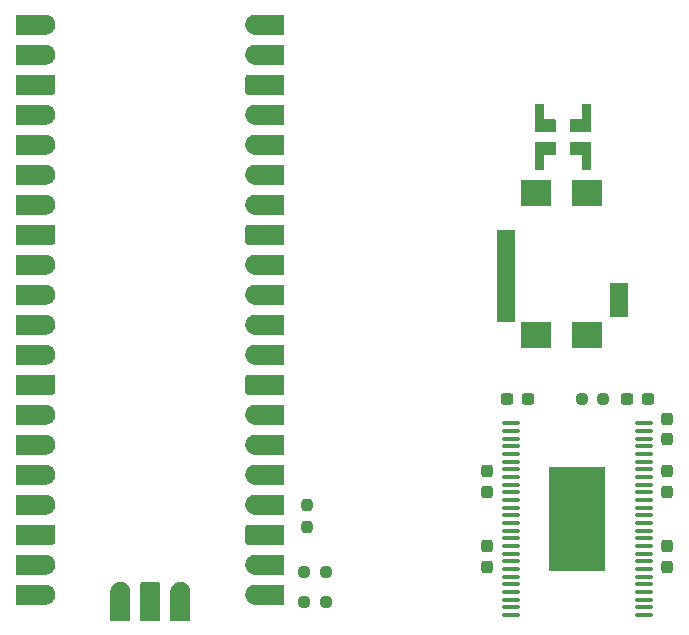
<source format=gtp>
G04 #@! TF.GenerationSoftware,KiCad,Pcbnew,(6.0.9)*
G04 #@! TF.CreationDate,2023-03-06T12:56:01+09:00*
G04 #@! TF.ProjectId,MainBoard,4d61696e-426f-4617-9264-2e6b69636164,rev?*
G04 #@! TF.SameCoordinates,Original*
G04 #@! TF.FileFunction,Paste,Top*
G04 #@! TF.FilePolarity,Positive*
%FSLAX46Y46*%
G04 Gerber Fmt 4.6, Leading zero omitted, Abs format (unit mm)*
G04 Created by KiCad (PCBNEW (6.0.9)) date 2023-03-06 12:56:01*
%MOMM*%
%LPD*%
G01*
G04 APERTURE LIST*
G04 Aperture macros list*
%AMRoundRect*
0 Rectangle with rounded corners*
0 $1 Rounding radius*
0 $2 $3 $4 $5 $6 $7 $8 $9 X,Y pos of 4 corners*
0 Add a 4 corners polygon primitive as box body*
4,1,4,$2,$3,$4,$5,$6,$7,$8,$9,$2,$3,0*
0 Add four circle primitives for the rounded corners*
1,1,$1+$1,$2,$3*
1,1,$1+$1,$4,$5*
1,1,$1+$1,$6,$7*
1,1,$1+$1,$8,$9*
0 Add four rect primitives between the rounded corners*
20,1,$1+$1,$2,$3,$4,$5,0*
20,1,$1+$1,$4,$5,$6,$7,0*
20,1,$1+$1,$6,$7,$8,$9,0*
20,1,$1+$1,$8,$9,$2,$3,0*%
%AMFreePoly0*
4,1,17,1.875035,1.275035,1.875050,1.275000,1.875050,0.575000,1.875035,0.574965,1.875000,0.574950,0.575050,0.574950,0.575050,-0.425000,0.575035,-0.425035,0.575000,-0.425050,-0.425000,-0.425050,-0.425035,-0.425035,-0.425050,-0.425000,-0.425050,1.275000,-0.425035,1.275035,-0.425000,1.275050,1.875000,1.275050,1.875035,1.275035,1.875035,1.275035,$1*%
%AMFreePoly1*
4,1,17,0.425035,1.275035,0.425050,1.275000,0.425050,-0.425000,0.425035,-0.425035,0.425000,-0.425050,-0.575000,-0.425050,-0.575035,-0.425035,-0.575050,-0.425000,-0.575050,0.574950,-1.875000,0.574950,-1.875035,0.574965,-1.875050,0.575000,-1.875050,1.275000,-1.875035,1.275035,-1.875000,1.275050,0.425000,1.275050,0.425035,1.275035,0.425035,1.275035,$1*%
%AMFreePoly2*
4,1,17,0.425035,0.425035,0.425050,0.425000,0.425050,-1.275000,0.425035,-1.275035,0.425000,-1.275050,-1.875000,-1.275050,-1.875035,-1.275035,-1.875050,-1.275000,-1.875050,-0.575000,-1.875035,-0.574965,-1.875000,-0.574950,-0.575050,-0.574950,-0.575050,0.425000,-0.575035,0.425035,-0.575000,0.425050,0.425000,0.425050,0.425035,0.425035,0.425035,0.425035,$1*%
%AMFreePoly3*
4,1,17,0.575035,0.425035,0.575050,0.425000,0.575050,-0.574950,1.875000,-0.574950,1.875035,-0.574965,1.875050,-0.575000,1.875050,-1.275000,1.875035,-1.275035,1.875000,-1.275050,-0.425000,-1.275050,-0.425035,-1.275035,-0.425050,-1.275000,-0.425050,0.425000,-0.425035,0.425035,-0.425000,0.425050,0.575000,0.425050,0.575035,0.425035,0.575035,0.425035,$1*%
G04 Aperture macros list end*
%ADD10C,0.010000*%
%ADD11C,0.000100*%
%ADD12RoundRect,0.237500X0.237500X-0.300000X0.237500X0.300000X-0.237500X0.300000X-0.237500X-0.300000X0*%
%ADD13RoundRect,0.237500X-0.237500X0.300000X-0.237500X-0.300000X0.237500X-0.300000X0.237500X0.300000X0*%
%ADD14RoundRect,0.237500X0.300000X0.237500X-0.300000X0.237500X-0.300000X-0.237500X0.300000X-0.237500X0*%
%ADD15RoundRect,0.237500X-0.250000X-0.237500X0.250000X-0.237500X0.250000X0.237500X-0.250000X0.237500X0*%
%ADD16RoundRect,0.237500X-0.237500X0.250000X-0.237500X-0.250000X0.237500X-0.250000X0.237500X0.250000X0*%
%ADD17RoundRect,0.100000X-0.637500X-0.100000X0.637500X-0.100000X0.637500X0.100000X-0.637500X0.100000X0*%
%ADD18R,4.800000X8.800000*%
%ADD19FreePoly0,90.000000*%
%ADD20FreePoly1,90.000000*%
%ADD21FreePoly2,90.000000*%
%ADD22FreePoly3,90.000000*%
%ADD23RoundRect,0.237500X-0.300000X-0.237500X0.300000X-0.237500X0.300000X0.237500X-0.300000X0.237500X0*%
%ADD24R,2.500000X2.162000*%
%ADD25R,1.638000X2.900000*%
%ADD26R,1.638000X7.900000*%
G04 APERTURE END LIST*
G36*
X93840000Y-93510000D02*
G01*
X91440000Y-93510000D01*
X91398000Y-93509000D01*
X91356000Y-93506000D01*
X91315000Y-93500000D01*
X91274000Y-93493000D01*
X91233000Y-93483000D01*
X91193000Y-93471000D01*
X91153000Y-93457000D01*
X91115000Y-93441000D01*
X91077000Y-93423000D01*
X91040000Y-93403000D01*
X91004000Y-93381000D01*
X90970000Y-93357000D01*
X90937000Y-93332000D01*
X90905000Y-93305000D01*
X90874000Y-93276000D01*
X90845000Y-93245000D01*
X90818000Y-93213000D01*
X90793000Y-93180000D01*
X90769000Y-93146000D01*
X90747000Y-93110000D01*
X90727000Y-93073000D01*
X90709000Y-93035000D01*
X90693000Y-92997000D01*
X90679000Y-92957000D01*
X90667000Y-92917000D01*
X90657000Y-92876000D01*
X90650000Y-92835000D01*
X90644000Y-92794000D01*
X90641000Y-92752000D01*
X90640000Y-92710000D01*
X90641000Y-92668000D01*
X90644000Y-92626000D01*
X90650000Y-92585000D01*
X90657000Y-92544000D01*
X90667000Y-92503000D01*
X90679000Y-92463000D01*
X90693000Y-92423000D01*
X90709000Y-92385000D01*
X90727000Y-92347000D01*
X90747000Y-92310000D01*
X90769000Y-92274000D01*
X90793000Y-92240000D01*
X90818000Y-92207000D01*
X90845000Y-92175000D01*
X90874000Y-92144000D01*
X90905000Y-92115000D01*
X90937000Y-92088000D01*
X90970000Y-92063000D01*
X91004000Y-92039000D01*
X91040000Y-92017000D01*
X91077000Y-91997000D01*
X91115000Y-91979000D01*
X91153000Y-91963000D01*
X91193000Y-91949000D01*
X91233000Y-91937000D01*
X91274000Y-91927000D01*
X91315000Y-91920000D01*
X91356000Y-91914000D01*
X91398000Y-91911000D01*
X91440000Y-91910000D01*
X93840000Y-91910000D01*
X93840000Y-93510000D01*
G37*
D10*
X93840000Y-93510000D02*
X91440000Y-93510000D01*
X91398000Y-93509000D01*
X91356000Y-93506000D01*
X91315000Y-93500000D01*
X91274000Y-93493000D01*
X91233000Y-93483000D01*
X91193000Y-93471000D01*
X91153000Y-93457000D01*
X91115000Y-93441000D01*
X91077000Y-93423000D01*
X91040000Y-93403000D01*
X91004000Y-93381000D01*
X90970000Y-93357000D01*
X90937000Y-93332000D01*
X90905000Y-93305000D01*
X90874000Y-93276000D01*
X90845000Y-93245000D01*
X90818000Y-93213000D01*
X90793000Y-93180000D01*
X90769000Y-93146000D01*
X90747000Y-93110000D01*
X90727000Y-93073000D01*
X90709000Y-93035000D01*
X90693000Y-92997000D01*
X90679000Y-92957000D01*
X90667000Y-92917000D01*
X90657000Y-92876000D01*
X90650000Y-92835000D01*
X90644000Y-92794000D01*
X90641000Y-92752000D01*
X90640000Y-92710000D01*
X90641000Y-92668000D01*
X90644000Y-92626000D01*
X90650000Y-92585000D01*
X90657000Y-92544000D01*
X90667000Y-92503000D01*
X90679000Y-92463000D01*
X90693000Y-92423000D01*
X90709000Y-92385000D01*
X90727000Y-92347000D01*
X90747000Y-92310000D01*
X90769000Y-92274000D01*
X90793000Y-92240000D01*
X90818000Y-92207000D01*
X90845000Y-92175000D01*
X90874000Y-92144000D01*
X90905000Y-92115000D01*
X90937000Y-92088000D01*
X90970000Y-92063000D01*
X91004000Y-92039000D01*
X91040000Y-92017000D01*
X91077000Y-91997000D01*
X91115000Y-91979000D01*
X91153000Y-91963000D01*
X91193000Y-91949000D01*
X91233000Y-91937000D01*
X91274000Y-91927000D01*
X91315000Y-91920000D01*
X91356000Y-91914000D01*
X91398000Y-91911000D01*
X91440000Y-91910000D01*
X93840000Y-91910000D01*
X93840000Y-93510000D01*
G36*
X73702000Y-132551000D02*
G01*
X73744000Y-132554000D01*
X73785000Y-132560000D01*
X73826000Y-132567000D01*
X73867000Y-132577000D01*
X73907000Y-132589000D01*
X73947000Y-132603000D01*
X73985000Y-132619000D01*
X74023000Y-132637000D01*
X74060000Y-132657000D01*
X74096000Y-132679000D01*
X74130000Y-132703000D01*
X74163000Y-132728000D01*
X74195000Y-132755000D01*
X74226000Y-132784000D01*
X74255000Y-132815000D01*
X74282000Y-132847000D01*
X74307000Y-132880000D01*
X74331000Y-132914000D01*
X74353000Y-132950000D01*
X74373000Y-132987000D01*
X74391000Y-133025000D01*
X74407000Y-133063000D01*
X74421000Y-133103000D01*
X74433000Y-133143000D01*
X74443000Y-133184000D01*
X74450000Y-133225000D01*
X74456000Y-133266000D01*
X74459000Y-133308000D01*
X74460000Y-133350000D01*
X74459000Y-133392000D01*
X74456000Y-133434000D01*
X74450000Y-133475000D01*
X74443000Y-133516000D01*
X74433000Y-133557000D01*
X74421000Y-133597000D01*
X74407000Y-133637000D01*
X74391000Y-133675000D01*
X74373000Y-133713000D01*
X74353000Y-133750000D01*
X74331000Y-133786000D01*
X74307000Y-133820000D01*
X74282000Y-133853000D01*
X74255000Y-133885000D01*
X74226000Y-133916000D01*
X74195000Y-133945000D01*
X74163000Y-133972000D01*
X74130000Y-133997000D01*
X74096000Y-134021000D01*
X74060000Y-134043000D01*
X74023000Y-134063000D01*
X73985000Y-134081000D01*
X73947000Y-134097000D01*
X73907000Y-134111000D01*
X73867000Y-134123000D01*
X73826000Y-134133000D01*
X73785000Y-134140000D01*
X73744000Y-134146000D01*
X73702000Y-134149000D01*
X73660000Y-134150000D01*
X71260000Y-134150000D01*
X71260000Y-132550000D01*
X73660000Y-132550000D01*
X73702000Y-132551000D01*
G37*
X73702000Y-132551000D02*
X73744000Y-132554000D01*
X73785000Y-132560000D01*
X73826000Y-132567000D01*
X73867000Y-132577000D01*
X73907000Y-132589000D01*
X73947000Y-132603000D01*
X73985000Y-132619000D01*
X74023000Y-132637000D01*
X74060000Y-132657000D01*
X74096000Y-132679000D01*
X74130000Y-132703000D01*
X74163000Y-132728000D01*
X74195000Y-132755000D01*
X74226000Y-132784000D01*
X74255000Y-132815000D01*
X74282000Y-132847000D01*
X74307000Y-132880000D01*
X74331000Y-132914000D01*
X74353000Y-132950000D01*
X74373000Y-132987000D01*
X74391000Y-133025000D01*
X74407000Y-133063000D01*
X74421000Y-133103000D01*
X74433000Y-133143000D01*
X74443000Y-133184000D01*
X74450000Y-133225000D01*
X74456000Y-133266000D01*
X74459000Y-133308000D01*
X74460000Y-133350000D01*
X74459000Y-133392000D01*
X74456000Y-133434000D01*
X74450000Y-133475000D01*
X74443000Y-133516000D01*
X74433000Y-133557000D01*
X74421000Y-133597000D01*
X74407000Y-133637000D01*
X74391000Y-133675000D01*
X74373000Y-133713000D01*
X74353000Y-133750000D01*
X74331000Y-133786000D01*
X74307000Y-133820000D01*
X74282000Y-133853000D01*
X74255000Y-133885000D01*
X74226000Y-133916000D01*
X74195000Y-133945000D01*
X74163000Y-133972000D01*
X74130000Y-133997000D01*
X74096000Y-134021000D01*
X74060000Y-134043000D01*
X74023000Y-134063000D01*
X73985000Y-134081000D01*
X73947000Y-134097000D01*
X73907000Y-134111000D01*
X73867000Y-134123000D01*
X73826000Y-134133000D01*
X73785000Y-134140000D01*
X73744000Y-134146000D01*
X73702000Y-134149000D01*
X73660000Y-134150000D01*
X71260000Y-134150000D01*
X71260000Y-132550000D01*
X73660000Y-132550000D01*
X73702000Y-132551000D01*
G36*
X93840000Y-136690000D02*
G01*
X90830000Y-136690000D01*
X90819000Y-136689000D01*
X90809000Y-136688000D01*
X90798000Y-136686000D01*
X90768000Y-136677000D01*
X90759000Y-136673000D01*
X90749000Y-136668000D01*
X90731000Y-136658000D01*
X90722000Y-136652000D01*
X90714000Y-136645000D01*
X90706000Y-136639000D01*
X90699000Y-136631000D01*
X90691000Y-136624000D01*
X90685000Y-136616000D01*
X90678000Y-136608000D01*
X90672000Y-136599000D01*
X90662000Y-136581000D01*
X90657000Y-136571000D01*
X90653000Y-136562000D01*
X90644000Y-136532000D01*
X90642000Y-136521000D01*
X90641000Y-136511000D01*
X90640000Y-136500000D01*
X90640000Y-135280000D01*
X90641000Y-135269000D01*
X90642000Y-135259000D01*
X90644000Y-135248000D01*
X90653000Y-135218000D01*
X90657000Y-135209000D01*
X90662000Y-135199000D01*
X90672000Y-135181000D01*
X90678000Y-135172000D01*
X90685000Y-135164000D01*
X90691000Y-135156000D01*
X90699000Y-135149000D01*
X90706000Y-135141000D01*
X90714000Y-135135000D01*
X90722000Y-135128000D01*
X90731000Y-135122000D01*
X90749000Y-135112000D01*
X90759000Y-135107000D01*
X90768000Y-135103000D01*
X90798000Y-135094000D01*
X90809000Y-135092000D01*
X90819000Y-135091000D01*
X90830000Y-135090000D01*
X93840000Y-135090000D01*
X93840000Y-136690000D01*
G37*
X93840000Y-136690000D02*
X90830000Y-136690000D01*
X90819000Y-136689000D01*
X90809000Y-136688000D01*
X90798000Y-136686000D01*
X90768000Y-136677000D01*
X90759000Y-136673000D01*
X90749000Y-136668000D01*
X90731000Y-136658000D01*
X90722000Y-136652000D01*
X90714000Y-136645000D01*
X90706000Y-136639000D01*
X90699000Y-136631000D01*
X90691000Y-136624000D01*
X90685000Y-136616000D01*
X90678000Y-136608000D01*
X90672000Y-136599000D01*
X90662000Y-136581000D01*
X90657000Y-136571000D01*
X90653000Y-136562000D01*
X90644000Y-136532000D01*
X90642000Y-136521000D01*
X90641000Y-136511000D01*
X90640000Y-136500000D01*
X90640000Y-135280000D01*
X90641000Y-135269000D01*
X90642000Y-135259000D01*
X90644000Y-135248000D01*
X90653000Y-135218000D01*
X90657000Y-135209000D01*
X90662000Y-135199000D01*
X90672000Y-135181000D01*
X90678000Y-135172000D01*
X90685000Y-135164000D01*
X90691000Y-135156000D01*
X90699000Y-135149000D01*
X90706000Y-135141000D01*
X90714000Y-135135000D01*
X90722000Y-135128000D01*
X90731000Y-135122000D01*
X90749000Y-135112000D01*
X90759000Y-135107000D01*
X90768000Y-135103000D01*
X90798000Y-135094000D01*
X90809000Y-135092000D01*
X90819000Y-135091000D01*
X90830000Y-135090000D01*
X93840000Y-135090000D01*
X93840000Y-136690000D01*
G36*
X74281000Y-122391000D02*
G01*
X74291000Y-122392000D01*
X74302000Y-122394000D01*
X74332000Y-122403000D01*
X74341000Y-122407000D01*
X74351000Y-122412000D01*
X74369000Y-122422000D01*
X74378000Y-122428000D01*
X74386000Y-122435000D01*
X74394000Y-122441000D01*
X74401000Y-122449000D01*
X74409000Y-122456000D01*
X74415000Y-122464000D01*
X74422000Y-122472000D01*
X74428000Y-122481000D01*
X74438000Y-122499000D01*
X74443000Y-122509000D01*
X74447000Y-122518000D01*
X74456000Y-122548000D01*
X74458000Y-122559000D01*
X74459000Y-122569000D01*
X74460000Y-122580000D01*
X74460000Y-123800000D01*
X74459000Y-123811000D01*
X74458000Y-123821000D01*
X74456000Y-123832000D01*
X74447000Y-123862000D01*
X74443000Y-123871000D01*
X74438000Y-123881000D01*
X74428000Y-123899000D01*
X74422000Y-123908000D01*
X74415000Y-123916000D01*
X74409000Y-123924000D01*
X74401000Y-123931000D01*
X74394000Y-123939000D01*
X74386000Y-123945000D01*
X74378000Y-123952000D01*
X74369000Y-123958000D01*
X74351000Y-123968000D01*
X74341000Y-123973000D01*
X74332000Y-123977000D01*
X74302000Y-123986000D01*
X74291000Y-123988000D01*
X74281000Y-123989000D01*
X74270000Y-123990000D01*
X71260000Y-123990000D01*
X71260000Y-122390000D01*
X74270000Y-122390000D01*
X74281000Y-122391000D01*
G37*
X74281000Y-122391000D02*
X74291000Y-122392000D01*
X74302000Y-122394000D01*
X74332000Y-122403000D01*
X74341000Y-122407000D01*
X74351000Y-122412000D01*
X74369000Y-122422000D01*
X74378000Y-122428000D01*
X74386000Y-122435000D01*
X74394000Y-122441000D01*
X74401000Y-122449000D01*
X74409000Y-122456000D01*
X74415000Y-122464000D01*
X74422000Y-122472000D01*
X74428000Y-122481000D01*
X74438000Y-122499000D01*
X74443000Y-122509000D01*
X74447000Y-122518000D01*
X74456000Y-122548000D01*
X74458000Y-122559000D01*
X74459000Y-122569000D01*
X74460000Y-122580000D01*
X74460000Y-123800000D01*
X74459000Y-123811000D01*
X74458000Y-123821000D01*
X74456000Y-123832000D01*
X74447000Y-123862000D01*
X74443000Y-123871000D01*
X74438000Y-123881000D01*
X74428000Y-123899000D01*
X74422000Y-123908000D01*
X74415000Y-123916000D01*
X74409000Y-123924000D01*
X74401000Y-123931000D01*
X74394000Y-123939000D01*
X74386000Y-123945000D01*
X74378000Y-123952000D01*
X74369000Y-123958000D01*
X74351000Y-123968000D01*
X74341000Y-123973000D01*
X74332000Y-123977000D01*
X74302000Y-123986000D01*
X74291000Y-123988000D01*
X74281000Y-123989000D01*
X74270000Y-123990000D01*
X71260000Y-123990000D01*
X71260000Y-122390000D01*
X74270000Y-122390000D01*
X74281000Y-122391000D01*
G36*
X93840000Y-113830000D02*
G01*
X91440000Y-113830000D01*
X91398000Y-113829000D01*
X91356000Y-113826000D01*
X91315000Y-113820000D01*
X91274000Y-113813000D01*
X91233000Y-113803000D01*
X91193000Y-113791000D01*
X91153000Y-113777000D01*
X91115000Y-113761000D01*
X91077000Y-113743000D01*
X91040000Y-113723000D01*
X91004000Y-113701000D01*
X90970000Y-113677000D01*
X90937000Y-113652000D01*
X90905000Y-113625000D01*
X90874000Y-113596000D01*
X90845000Y-113565000D01*
X90818000Y-113533000D01*
X90793000Y-113500000D01*
X90769000Y-113466000D01*
X90747000Y-113430000D01*
X90727000Y-113393000D01*
X90709000Y-113355000D01*
X90693000Y-113317000D01*
X90679000Y-113277000D01*
X90667000Y-113237000D01*
X90657000Y-113196000D01*
X90650000Y-113155000D01*
X90644000Y-113114000D01*
X90641000Y-113072000D01*
X90640000Y-113030000D01*
X90641000Y-112988000D01*
X90644000Y-112946000D01*
X90650000Y-112905000D01*
X90657000Y-112864000D01*
X90667000Y-112823000D01*
X90679000Y-112783000D01*
X90693000Y-112743000D01*
X90709000Y-112705000D01*
X90727000Y-112667000D01*
X90747000Y-112630000D01*
X90769000Y-112594000D01*
X90793000Y-112560000D01*
X90818000Y-112527000D01*
X90845000Y-112495000D01*
X90874000Y-112464000D01*
X90905000Y-112435000D01*
X90937000Y-112408000D01*
X90970000Y-112383000D01*
X91004000Y-112359000D01*
X91040000Y-112337000D01*
X91077000Y-112317000D01*
X91115000Y-112299000D01*
X91153000Y-112283000D01*
X91193000Y-112269000D01*
X91233000Y-112257000D01*
X91274000Y-112247000D01*
X91315000Y-112240000D01*
X91356000Y-112234000D01*
X91398000Y-112231000D01*
X91440000Y-112230000D01*
X93840000Y-112230000D01*
X93840000Y-113830000D01*
G37*
X93840000Y-113830000D02*
X91440000Y-113830000D01*
X91398000Y-113829000D01*
X91356000Y-113826000D01*
X91315000Y-113820000D01*
X91274000Y-113813000D01*
X91233000Y-113803000D01*
X91193000Y-113791000D01*
X91153000Y-113777000D01*
X91115000Y-113761000D01*
X91077000Y-113743000D01*
X91040000Y-113723000D01*
X91004000Y-113701000D01*
X90970000Y-113677000D01*
X90937000Y-113652000D01*
X90905000Y-113625000D01*
X90874000Y-113596000D01*
X90845000Y-113565000D01*
X90818000Y-113533000D01*
X90793000Y-113500000D01*
X90769000Y-113466000D01*
X90747000Y-113430000D01*
X90727000Y-113393000D01*
X90709000Y-113355000D01*
X90693000Y-113317000D01*
X90679000Y-113277000D01*
X90667000Y-113237000D01*
X90657000Y-113196000D01*
X90650000Y-113155000D01*
X90644000Y-113114000D01*
X90641000Y-113072000D01*
X90640000Y-113030000D01*
X90641000Y-112988000D01*
X90644000Y-112946000D01*
X90650000Y-112905000D01*
X90657000Y-112864000D01*
X90667000Y-112823000D01*
X90679000Y-112783000D01*
X90693000Y-112743000D01*
X90709000Y-112705000D01*
X90727000Y-112667000D01*
X90747000Y-112630000D01*
X90769000Y-112594000D01*
X90793000Y-112560000D01*
X90818000Y-112527000D01*
X90845000Y-112495000D01*
X90874000Y-112464000D01*
X90905000Y-112435000D01*
X90937000Y-112408000D01*
X90970000Y-112383000D01*
X91004000Y-112359000D01*
X91040000Y-112337000D01*
X91077000Y-112317000D01*
X91115000Y-112299000D01*
X91153000Y-112283000D01*
X91193000Y-112269000D01*
X91233000Y-112257000D01*
X91274000Y-112247000D01*
X91315000Y-112240000D01*
X91356000Y-112234000D01*
X91398000Y-112231000D01*
X91440000Y-112230000D01*
X93840000Y-112230000D01*
X93840000Y-113830000D01*
G36*
X93840000Y-126530000D02*
G01*
X91440000Y-126530000D01*
X91398000Y-126529000D01*
X91356000Y-126526000D01*
X91315000Y-126520000D01*
X91274000Y-126513000D01*
X91233000Y-126503000D01*
X91193000Y-126491000D01*
X91153000Y-126477000D01*
X91115000Y-126461000D01*
X91077000Y-126443000D01*
X91040000Y-126423000D01*
X91004000Y-126401000D01*
X90970000Y-126377000D01*
X90937000Y-126352000D01*
X90905000Y-126325000D01*
X90874000Y-126296000D01*
X90845000Y-126265000D01*
X90818000Y-126233000D01*
X90793000Y-126200000D01*
X90769000Y-126166000D01*
X90747000Y-126130000D01*
X90727000Y-126093000D01*
X90709000Y-126055000D01*
X90693000Y-126017000D01*
X90679000Y-125977000D01*
X90667000Y-125937000D01*
X90657000Y-125896000D01*
X90650000Y-125855000D01*
X90644000Y-125814000D01*
X90641000Y-125772000D01*
X90640000Y-125730000D01*
X90641000Y-125688000D01*
X90644000Y-125646000D01*
X90650000Y-125605000D01*
X90657000Y-125564000D01*
X90667000Y-125523000D01*
X90679000Y-125483000D01*
X90693000Y-125443000D01*
X90709000Y-125405000D01*
X90727000Y-125367000D01*
X90747000Y-125330000D01*
X90769000Y-125294000D01*
X90793000Y-125260000D01*
X90818000Y-125227000D01*
X90845000Y-125195000D01*
X90874000Y-125164000D01*
X90905000Y-125135000D01*
X90937000Y-125108000D01*
X90970000Y-125083000D01*
X91004000Y-125059000D01*
X91040000Y-125037000D01*
X91077000Y-125017000D01*
X91115000Y-124999000D01*
X91153000Y-124983000D01*
X91193000Y-124969000D01*
X91233000Y-124957000D01*
X91274000Y-124947000D01*
X91315000Y-124940000D01*
X91356000Y-124934000D01*
X91398000Y-124931000D01*
X91440000Y-124930000D01*
X93840000Y-124930000D01*
X93840000Y-126530000D01*
G37*
X93840000Y-126530000D02*
X91440000Y-126530000D01*
X91398000Y-126529000D01*
X91356000Y-126526000D01*
X91315000Y-126520000D01*
X91274000Y-126513000D01*
X91233000Y-126503000D01*
X91193000Y-126491000D01*
X91153000Y-126477000D01*
X91115000Y-126461000D01*
X91077000Y-126443000D01*
X91040000Y-126423000D01*
X91004000Y-126401000D01*
X90970000Y-126377000D01*
X90937000Y-126352000D01*
X90905000Y-126325000D01*
X90874000Y-126296000D01*
X90845000Y-126265000D01*
X90818000Y-126233000D01*
X90793000Y-126200000D01*
X90769000Y-126166000D01*
X90747000Y-126130000D01*
X90727000Y-126093000D01*
X90709000Y-126055000D01*
X90693000Y-126017000D01*
X90679000Y-125977000D01*
X90667000Y-125937000D01*
X90657000Y-125896000D01*
X90650000Y-125855000D01*
X90644000Y-125814000D01*
X90641000Y-125772000D01*
X90640000Y-125730000D01*
X90641000Y-125688000D01*
X90644000Y-125646000D01*
X90650000Y-125605000D01*
X90657000Y-125564000D01*
X90667000Y-125523000D01*
X90679000Y-125483000D01*
X90693000Y-125443000D01*
X90709000Y-125405000D01*
X90727000Y-125367000D01*
X90747000Y-125330000D01*
X90769000Y-125294000D01*
X90793000Y-125260000D01*
X90818000Y-125227000D01*
X90845000Y-125195000D01*
X90874000Y-125164000D01*
X90905000Y-125135000D01*
X90937000Y-125108000D01*
X90970000Y-125083000D01*
X91004000Y-125059000D01*
X91040000Y-125037000D01*
X91077000Y-125017000D01*
X91115000Y-124999000D01*
X91153000Y-124983000D01*
X91193000Y-124969000D01*
X91233000Y-124957000D01*
X91274000Y-124947000D01*
X91315000Y-124940000D01*
X91356000Y-124934000D01*
X91398000Y-124931000D01*
X91440000Y-124930000D01*
X93840000Y-124930000D01*
X93840000Y-126530000D01*
G36*
X73702000Y-130011000D02*
G01*
X73744000Y-130014000D01*
X73785000Y-130020000D01*
X73826000Y-130027000D01*
X73867000Y-130037000D01*
X73907000Y-130049000D01*
X73947000Y-130063000D01*
X73985000Y-130079000D01*
X74023000Y-130097000D01*
X74060000Y-130117000D01*
X74096000Y-130139000D01*
X74130000Y-130163000D01*
X74163000Y-130188000D01*
X74195000Y-130215000D01*
X74226000Y-130244000D01*
X74255000Y-130275000D01*
X74282000Y-130307000D01*
X74307000Y-130340000D01*
X74331000Y-130374000D01*
X74353000Y-130410000D01*
X74373000Y-130447000D01*
X74391000Y-130485000D01*
X74407000Y-130523000D01*
X74421000Y-130563000D01*
X74433000Y-130603000D01*
X74443000Y-130644000D01*
X74450000Y-130685000D01*
X74456000Y-130726000D01*
X74459000Y-130768000D01*
X74460000Y-130810000D01*
X74459000Y-130852000D01*
X74456000Y-130894000D01*
X74450000Y-130935000D01*
X74443000Y-130976000D01*
X74433000Y-131017000D01*
X74421000Y-131057000D01*
X74407000Y-131097000D01*
X74391000Y-131135000D01*
X74373000Y-131173000D01*
X74353000Y-131210000D01*
X74331000Y-131246000D01*
X74307000Y-131280000D01*
X74282000Y-131313000D01*
X74255000Y-131345000D01*
X74226000Y-131376000D01*
X74195000Y-131405000D01*
X74163000Y-131432000D01*
X74130000Y-131457000D01*
X74096000Y-131481000D01*
X74060000Y-131503000D01*
X74023000Y-131523000D01*
X73985000Y-131541000D01*
X73947000Y-131557000D01*
X73907000Y-131571000D01*
X73867000Y-131583000D01*
X73826000Y-131593000D01*
X73785000Y-131600000D01*
X73744000Y-131606000D01*
X73702000Y-131609000D01*
X73660000Y-131610000D01*
X71260000Y-131610000D01*
X71260000Y-130010000D01*
X73660000Y-130010000D01*
X73702000Y-130011000D01*
G37*
X73702000Y-130011000D02*
X73744000Y-130014000D01*
X73785000Y-130020000D01*
X73826000Y-130027000D01*
X73867000Y-130037000D01*
X73907000Y-130049000D01*
X73947000Y-130063000D01*
X73985000Y-130079000D01*
X74023000Y-130097000D01*
X74060000Y-130117000D01*
X74096000Y-130139000D01*
X74130000Y-130163000D01*
X74163000Y-130188000D01*
X74195000Y-130215000D01*
X74226000Y-130244000D01*
X74255000Y-130275000D01*
X74282000Y-130307000D01*
X74307000Y-130340000D01*
X74331000Y-130374000D01*
X74353000Y-130410000D01*
X74373000Y-130447000D01*
X74391000Y-130485000D01*
X74407000Y-130523000D01*
X74421000Y-130563000D01*
X74433000Y-130603000D01*
X74443000Y-130644000D01*
X74450000Y-130685000D01*
X74456000Y-130726000D01*
X74459000Y-130768000D01*
X74460000Y-130810000D01*
X74459000Y-130852000D01*
X74456000Y-130894000D01*
X74450000Y-130935000D01*
X74443000Y-130976000D01*
X74433000Y-131017000D01*
X74421000Y-131057000D01*
X74407000Y-131097000D01*
X74391000Y-131135000D01*
X74373000Y-131173000D01*
X74353000Y-131210000D01*
X74331000Y-131246000D01*
X74307000Y-131280000D01*
X74282000Y-131313000D01*
X74255000Y-131345000D01*
X74226000Y-131376000D01*
X74195000Y-131405000D01*
X74163000Y-131432000D01*
X74130000Y-131457000D01*
X74096000Y-131481000D01*
X74060000Y-131503000D01*
X74023000Y-131523000D01*
X73985000Y-131541000D01*
X73947000Y-131557000D01*
X73907000Y-131571000D01*
X73867000Y-131583000D01*
X73826000Y-131593000D01*
X73785000Y-131600000D01*
X73744000Y-131606000D01*
X73702000Y-131609000D01*
X73660000Y-131610000D01*
X71260000Y-131610000D01*
X71260000Y-130010000D01*
X73660000Y-130010000D01*
X73702000Y-130011000D01*
G36*
X73702000Y-104611000D02*
G01*
X73744000Y-104614000D01*
X73785000Y-104620000D01*
X73826000Y-104627000D01*
X73867000Y-104637000D01*
X73907000Y-104649000D01*
X73947000Y-104663000D01*
X73985000Y-104679000D01*
X74023000Y-104697000D01*
X74060000Y-104717000D01*
X74096000Y-104739000D01*
X74130000Y-104763000D01*
X74163000Y-104788000D01*
X74195000Y-104815000D01*
X74226000Y-104844000D01*
X74255000Y-104875000D01*
X74282000Y-104907000D01*
X74307000Y-104940000D01*
X74331000Y-104974000D01*
X74353000Y-105010000D01*
X74373000Y-105047000D01*
X74391000Y-105085000D01*
X74407000Y-105123000D01*
X74421000Y-105163000D01*
X74433000Y-105203000D01*
X74443000Y-105244000D01*
X74450000Y-105285000D01*
X74456000Y-105326000D01*
X74459000Y-105368000D01*
X74460000Y-105410000D01*
X74459000Y-105452000D01*
X74456000Y-105494000D01*
X74450000Y-105535000D01*
X74443000Y-105576000D01*
X74433000Y-105617000D01*
X74421000Y-105657000D01*
X74407000Y-105697000D01*
X74391000Y-105735000D01*
X74373000Y-105773000D01*
X74353000Y-105810000D01*
X74331000Y-105846000D01*
X74307000Y-105880000D01*
X74282000Y-105913000D01*
X74255000Y-105945000D01*
X74226000Y-105976000D01*
X74195000Y-106005000D01*
X74163000Y-106032000D01*
X74130000Y-106057000D01*
X74096000Y-106081000D01*
X74060000Y-106103000D01*
X74023000Y-106123000D01*
X73985000Y-106141000D01*
X73947000Y-106157000D01*
X73907000Y-106171000D01*
X73867000Y-106183000D01*
X73826000Y-106193000D01*
X73785000Y-106200000D01*
X73744000Y-106206000D01*
X73702000Y-106209000D01*
X73660000Y-106210000D01*
X71260000Y-106210000D01*
X71260000Y-104610000D01*
X73660000Y-104610000D01*
X73702000Y-104611000D01*
G37*
X73702000Y-104611000D02*
X73744000Y-104614000D01*
X73785000Y-104620000D01*
X73826000Y-104627000D01*
X73867000Y-104637000D01*
X73907000Y-104649000D01*
X73947000Y-104663000D01*
X73985000Y-104679000D01*
X74023000Y-104697000D01*
X74060000Y-104717000D01*
X74096000Y-104739000D01*
X74130000Y-104763000D01*
X74163000Y-104788000D01*
X74195000Y-104815000D01*
X74226000Y-104844000D01*
X74255000Y-104875000D01*
X74282000Y-104907000D01*
X74307000Y-104940000D01*
X74331000Y-104974000D01*
X74353000Y-105010000D01*
X74373000Y-105047000D01*
X74391000Y-105085000D01*
X74407000Y-105123000D01*
X74421000Y-105163000D01*
X74433000Y-105203000D01*
X74443000Y-105244000D01*
X74450000Y-105285000D01*
X74456000Y-105326000D01*
X74459000Y-105368000D01*
X74460000Y-105410000D01*
X74459000Y-105452000D01*
X74456000Y-105494000D01*
X74450000Y-105535000D01*
X74443000Y-105576000D01*
X74433000Y-105617000D01*
X74421000Y-105657000D01*
X74407000Y-105697000D01*
X74391000Y-105735000D01*
X74373000Y-105773000D01*
X74353000Y-105810000D01*
X74331000Y-105846000D01*
X74307000Y-105880000D01*
X74282000Y-105913000D01*
X74255000Y-105945000D01*
X74226000Y-105976000D01*
X74195000Y-106005000D01*
X74163000Y-106032000D01*
X74130000Y-106057000D01*
X74096000Y-106081000D01*
X74060000Y-106103000D01*
X74023000Y-106123000D01*
X73985000Y-106141000D01*
X73947000Y-106157000D01*
X73907000Y-106171000D01*
X73867000Y-106183000D01*
X73826000Y-106193000D01*
X73785000Y-106200000D01*
X73744000Y-106206000D01*
X73702000Y-106209000D01*
X73660000Y-106210000D01*
X71260000Y-106210000D01*
X71260000Y-104610000D01*
X73660000Y-104610000D01*
X73702000Y-104611000D01*
G36*
X74281000Y-96991000D02*
G01*
X74291000Y-96992000D01*
X74302000Y-96994000D01*
X74332000Y-97003000D01*
X74341000Y-97007000D01*
X74351000Y-97012000D01*
X74369000Y-97022000D01*
X74378000Y-97028000D01*
X74386000Y-97035000D01*
X74394000Y-97041000D01*
X74401000Y-97049000D01*
X74409000Y-97056000D01*
X74415000Y-97064000D01*
X74422000Y-97072000D01*
X74428000Y-97081000D01*
X74438000Y-97099000D01*
X74443000Y-97109000D01*
X74447000Y-97118000D01*
X74456000Y-97148000D01*
X74458000Y-97159000D01*
X74459000Y-97169000D01*
X74460000Y-97180000D01*
X74460000Y-98400000D01*
X74459000Y-98411000D01*
X74458000Y-98421000D01*
X74456000Y-98432000D01*
X74447000Y-98462000D01*
X74443000Y-98471000D01*
X74438000Y-98481000D01*
X74428000Y-98499000D01*
X74422000Y-98508000D01*
X74415000Y-98516000D01*
X74409000Y-98524000D01*
X74401000Y-98531000D01*
X74394000Y-98539000D01*
X74386000Y-98545000D01*
X74378000Y-98552000D01*
X74369000Y-98558000D01*
X74351000Y-98568000D01*
X74341000Y-98573000D01*
X74332000Y-98577000D01*
X74302000Y-98586000D01*
X74291000Y-98588000D01*
X74281000Y-98589000D01*
X74270000Y-98590000D01*
X71260000Y-98590000D01*
X71260000Y-96990000D01*
X74270000Y-96990000D01*
X74281000Y-96991000D01*
G37*
X74281000Y-96991000D02*
X74291000Y-96992000D01*
X74302000Y-96994000D01*
X74332000Y-97003000D01*
X74341000Y-97007000D01*
X74351000Y-97012000D01*
X74369000Y-97022000D01*
X74378000Y-97028000D01*
X74386000Y-97035000D01*
X74394000Y-97041000D01*
X74401000Y-97049000D01*
X74409000Y-97056000D01*
X74415000Y-97064000D01*
X74422000Y-97072000D01*
X74428000Y-97081000D01*
X74438000Y-97099000D01*
X74443000Y-97109000D01*
X74447000Y-97118000D01*
X74456000Y-97148000D01*
X74458000Y-97159000D01*
X74459000Y-97169000D01*
X74460000Y-97180000D01*
X74460000Y-98400000D01*
X74459000Y-98411000D01*
X74458000Y-98421000D01*
X74456000Y-98432000D01*
X74447000Y-98462000D01*
X74443000Y-98471000D01*
X74438000Y-98481000D01*
X74428000Y-98499000D01*
X74422000Y-98508000D01*
X74415000Y-98516000D01*
X74409000Y-98524000D01*
X74401000Y-98531000D01*
X74394000Y-98539000D01*
X74386000Y-98545000D01*
X74378000Y-98552000D01*
X74369000Y-98558000D01*
X74351000Y-98568000D01*
X74341000Y-98573000D01*
X74332000Y-98577000D01*
X74302000Y-98586000D01*
X74291000Y-98588000D01*
X74281000Y-98589000D01*
X74270000Y-98590000D01*
X71260000Y-98590000D01*
X71260000Y-96990000D01*
X74270000Y-96990000D01*
X74281000Y-96991000D01*
G36*
X73702000Y-91911000D02*
G01*
X73744000Y-91914000D01*
X73785000Y-91920000D01*
X73826000Y-91927000D01*
X73867000Y-91937000D01*
X73907000Y-91949000D01*
X73947000Y-91963000D01*
X73985000Y-91979000D01*
X74023000Y-91997000D01*
X74060000Y-92017000D01*
X74096000Y-92039000D01*
X74130000Y-92063000D01*
X74163000Y-92088000D01*
X74195000Y-92115000D01*
X74226000Y-92144000D01*
X74255000Y-92175000D01*
X74282000Y-92207000D01*
X74307000Y-92240000D01*
X74331000Y-92274000D01*
X74353000Y-92310000D01*
X74373000Y-92347000D01*
X74391000Y-92385000D01*
X74407000Y-92423000D01*
X74421000Y-92463000D01*
X74433000Y-92503000D01*
X74443000Y-92544000D01*
X74450000Y-92585000D01*
X74456000Y-92626000D01*
X74459000Y-92668000D01*
X74460000Y-92710000D01*
X74459000Y-92752000D01*
X74456000Y-92794000D01*
X74450000Y-92835000D01*
X74443000Y-92876000D01*
X74433000Y-92917000D01*
X74421000Y-92957000D01*
X74407000Y-92997000D01*
X74391000Y-93035000D01*
X74373000Y-93073000D01*
X74353000Y-93110000D01*
X74331000Y-93146000D01*
X74307000Y-93180000D01*
X74282000Y-93213000D01*
X74255000Y-93245000D01*
X74226000Y-93276000D01*
X74195000Y-93305000D01*
X74163000Y-93332000D01*
X74130000Y-93357000D01*
X74096000Y-93381000D01*
X74060000Y-93403000D01*
X74023000Y-93423000D01*
X73985000Y-93441000D01*
X73947000Y-93457000D01*
X73907000Y-93471000D01*
X73867000Y-93483000D01*
X73826000Y-93493000D01*
X73785000Y-93500000D01*
X73744000Y-93506000D01*
X73702000Y-93509000D01*
X73660000Y-93510000D01*
X71260000Y-93510000D01*
X71260000Y-91910000D01*
X73660000Y-91910000D01*
X73702000Y-91911000D01*
G37*
X73702000Y-91911000D02*
X73744000Y-91914000D01*
X73785000Y-91920000D01*
X73826000Y-91927000D01*
X73867000Y-91937000D01*
X73907000Y-91949000D01*
X73947000Y-91963000D01*
X73985000Y-91979000D01*
X74023000Y-91997000D01*
X74060000Y-92017000D01*
X74096000Y-92039000D01*
X74130000Y-92063000D01*
X74163000Y-92088000D01*
X74195000Y-92115000D01*
X74226000Y-92144000D01*
X74255000Y-92175000D01*
X74282000Y-92207000D01*
X74307000Y-92240000D01*
X74331000Y-92274000D01*
X74353000Y-92310000D01*
X74373000Y-92347000D01*
X74391000Y-92385000D01*
X74407000Y-92423000D01*
X74421000Y-92463000D01*
X74433000Y-92503000D01*
X74443000Y-92544000D01*
X74450000Y-92585000D01*
X74456000Y-92626000D01*
X74459000Y-92668000D01*
X74460000Y-92710000D01*
X74459000Y-92752000D01*
X74456000Y-92794000D01*
X74450000Y-92835000D01*
X74443000Y-92876000D01*
X74433000Y-92917000D01*
X74421000Y-92957000D01*
X74407000Y-92997000D01*
X74391000Y-93035000D01*
X74373000Y-93073000D01*
X74353000Y-93110000D01*
X74331000Y-93146000D01*
X74307000Y-93180000D01*
X74282000Y-93213000D01*
X74255000Y-93245000D01*
X74226000Y-93276000D01*
X74195000Y-93305000D01*
X74163000Y-93332000D01*
X74130000Y-93357000D01*
X74096000Y-93381000D01*
X74060000Y-93403000D01*
X74023000Y-93423000D01*
X73985000Y-93441000D01*
X73947000Y-93457000D01*
X73907000Y-93471000D01*
X73867000Y-93483000D01*
X73826000Y-93493000D01*
X73785000Y-93500000D01*
X73744000Y-93506000D01*
X73702000Y-93509000D01*
X73660000Y-93510000D01*
X71260000Y-93510000D01*
X71260000Y-91910000D01*
X73660000Y-91910000D01*
X73702000Y-91911000D01*
G36*
X73702000Y-94451000D02*
G01*
X73744000Y-94454000D01*
X73785000Y-94460000D01*
X73826000Y-94467000D01*
X73867000Y-94477000D01*
X73907000Y-94489000D01*
X73947000Y-94503000D01*
X73985000Y-94519000D01*
X74023000Y-94537000D01*
X74060000Y-94557000D01*
X74096000Y-94579000D01*
X74130000Y-94603000D01*
X74163000Y-94628000D01*
X74195000Y-94655000D01*
X74226000Y-94684000D01*
X74255000Y-94715000D01*
X74282000Y-94747000D01*
X74307000Y-94780000D01*
X74331000Y-94814000D01*
X74353000Y-94850000D01*
X74373000Y-94887000D01*
X74391000Y-94925000D01*
X74407000Y-94963000D01*
X74421000Y-95003000D01*
X74433000Y-95043000D01*
X74443000Y-95084000D01*
X74450000Y-95125000D01*
X74456000Y-95166000D01*
X74459000Y-95208000D01*
X74460000Y-95250000D01*
X74459000Y-95292000D01*
X74456000Y-95334000D01*
X74450000Y-95375000D01*
X74443000Y-95416000D01*
X74433000Y-95457000D01*
X74421000Y-95497000D01*
X74407000Y-95537000D01*
X74391000Y-95575000D01*
X74373000Y-95613000D01*
X74353000Y-95650000D01*
X74331000Y-95686000D01*
X74307000Y-95720000D01*
X74282000Y-95753000D01*
X74255000Y-95785000D01*
X74226000Y-95816000D01*
X74195000Y-95845000D01*
X74163000Y-95872000D01*
X74130000Y-95897000D01*
X74096000Y-95921000D01*
X74060000Y-95943000D01*
X74023000Y-95963000D01*
X73985000Y-95981000D01*
X73947000Y-95997000D01*
X73907000Y-96011000D01*
X73867000Y-96023000D01*
X73826000Y-96033000D01*
X73785000Y-96040000D01*
X73744000Y-96046000D01*
X73702000Y-96049000D01*
X73660000Y-96050000D01*
X71260000Y-96050000D01*
X71260000Y-94450000D01*
X73660000Y-94450000D01*
X73702000Y-94451000D01*
G37*
X73702000Y-94451000D02*
X73744000Y-94454000D01*
X73785000Y-94460000D01*
X73826000Y-94467000D01*
X73867000Y-94477000D01*
X73907000Y-94489000D01*
X73947000Y-94503000D01*
X73985000Y-94519000D01*
X74023000Y-94537000D01*
X74060000Y-94557000D01*
X74096000Y-94579000D01*
X74130000Y-94603000D01*
X74163000Y-94628000D01*
X74195000Y-94655000D01*
X74226000Y-94684000D01*
X74255000Y-94715000D01*
X74282000Y-94747000D01*
X74307000Y-94780000D01*
X74331000Y-94814000D01*
X74353000Y-94850000D01*
X74373000Y-94887000D01*
X74391000Y-94925000D01*
X74407000Y-94963000D01*
X74421000Y-95003000D01*
X74433000Y-95043000D01*
X74443000Y-95084000D01*
X74450000Y-95125000D01*
X74456000Y-95166000D01*
X74459000Y-95208000D01*
X74460000Y-95250000D01*
X74459000Y-95292000D01*
X74456000Y-95334000D01*
X74450000Y-95375000D01*
X74443000Y-95416000D01*
X74433000Y-95457000D01*
X74421000Y-95497000D01*
X74407000Y-95537000D01*
X74391000Y-95575000D01*
X74373000Y-95613000D01*
X74353000Y-95650000D01*
X74331000Y-95686000D01*
X74307000Y-95720000D01*
X74282000Y-95753000D01*
X74255000Y-95785000D01*
X74226000Y-95816000D01*
X74195000Y-95845000D01*
X74163000Y-95872000D01*
X74130000Y-95897000D01*
X74096000Y-95921000D01*
X74060000Y-95943000D01*
X74023000Y-95963000D01*
X73985000Y-95981000D01*
X73947000Y-95997000D01*
X73907000Y-96011000D01*
X73867000Y-96023000D01*
X73826000Y-96033000D01*
X73785000Y-96040000D01*
X73744000Y-96046000D01*
X73702000Y-96049000D01*
X73660000Y-96050000D01*
X71260000Y-96050000D01*
X71260000Y-94450000D01*
X73660000Y-94450000D01*
X73702000Y-94451000D01*
G36*
X93840000Y-134150000D02*
G01*
X91440000Y-134150000D01*
X91398000Y-134149000D01*
X91356000Y-134146000D01*
X91315000Y-134140000D01*
X91274000Y-134133000D01*
X91233000Y-134123000D01*
X91193000Y-134111000D01*
X91153000Y-134097000D01*
X91115000Y-134081000D01*
X91077000Y-134063000D01*
X91040000Y-134043000D01*
X91004000Y-134021000D01*
X90970000Y-133997000D01*
X90937000Y-133972000D01*
X90905000Y-133945000D01*
X90874000Y-133916000D01*
X90845000Y-133885000D01*
X90818000Y-133853000D01*
X90793000Y-133820000D01*
X90769000Y-133786000D01*
X90747000Y-133750000D01*
X90727000Y-133713000D01*
X90709000Y-133675000D01*
X90693000Y-133637000D01*
X90679000Y-133597000D01*
X90667000Y-133557000D01*
X90657000Y-133516000D01*
X90650000Y-133475000D01*
X90644000Y-133434000D01*
X90641000Y-133392000D01*
X90640000Y-133350000D01*
X90641000Y-133308000D01*
X90644000Y-133266000D01*
X90650000Y-133225000D01*
X90657000Y-133184000D01*
X90667000Y-133143000D01*
X90679000Y-133103000D01*
X90693000Y-133063000D01*
X90709000Y-133025000D01*
X90727000Y-132987000D01*
X90747000Y-132950000D01*
X90769000Y-132914000D01*
X90793000Y-132880000D01*
X90818000Y-132847000D01*
X90845000Y-132815000D01*
X90874000Y-132784000D01*
X90905000Y-132755000D01*
X90937000Y-132728000D01*
X90970000Y-132703000D01*
X91004000Y-132679000D01*
X91040000Y-132657000D01*
X91077000Y-132637000D01*
X91115000Y-132619000D01*
X91153000Y-132603000D01*
X91193000Y-132589000D01*
X91233000Y-132577000D01*
X91274000Y-132567000D01*
X91315000Y-132560000D01*
X91356000Y-132554000D01*
X91398000Y-132551000D01*
X91440000Y-132550000D01*
X93840000Y-132550000D01*
X93840000Y-134150000D01*
G37*
X93840000Y-134150000D02*
X91440000Y-134150000D01*
X91398000Y-134149000D01*
X91356000Y-134146000D01*
X91315000Y-134140000D01*
X91274000Y-134133000D01*
X91233000Y-134123000D01*
X91193000Y-134111000D01*
X91153000Y-134097000D01*
X91115000Y-134081000D01*
X91077000Y-134063000D01*
X91040000Y-134043000D01*
X91004000Y-134021000D01*
X90970000Y-133997000D01*
X90937000Y-133972000D01*
X90905000Y-133945000D01*
X90874000Y-133916000D01*
X90845000Y-133885000D01*
X90818000Y-133853000D01*
X90793000Y-133820000D01*
X90769000Y-133786000D01*
X90747000Y-133750000D01*
X90727000Y-133713000D01*
X90709000Y-133675000D01*
X90693000Y-133637000D01*
X90679000Y-133597000D01*
X90667000Y-133557000D01*
X90657000Y-133516000D01*
X90650000Y-133475000D01*
X90644000Y-133434000D01*
X90641000Y-133392000D01*
X90640000Y-133350000D01*
X90641000Y-133308000D01*
X90644000Y-133266000D01*
X90650000Y-133225000D01*
X90657000Y-133184000D01*
X90667000Y-133143000D01*
X90679000Y-133103000D01*
X90693000Y-133063000D01*
X90709000Y-133025000D01*
X90727000Y-132987000D01*
X90747000Y-132950000D01*
X90769000Y-132914000D01*
X90793000Y-132880000D01*
X90818000Y-132847000D01*
X90845000Y-132815000D01*
X90874000Y-132784000D01*
X90905000Y-132755000D01*
X90937000Y-132728000D01*
X90970000Y-132703000D01*
X91004000Y-132679000D01*
X91040000Y-132657000D01*
X91077000Y-132637000D01*
X91115000Y-132619000D01*
X91153000Y-132603000D01*
X91193000Y-132589000D01*
X91233000Y-132577000D01*
X91274000Y-132567000D01*
X91315000Y-132560000D01*
X91356000Y-132554000D01*
X91398000Y-132551000D01*
X91440000Y-132550000D01*
X93840000Y-132550000D01*
X93840000Y-134150000D01*
G36*
X73702000Y-99531000D02*
G01*
X73744000Y-99534000D01*
X73785000Y-99540000D01*
X73826000Y-99547000D01*
X73867000Y-99557000D01*
X73907000Y-99569000D01*
X73947000Y-99583000D01*
X73985000Y-99599000D01*
X74023000Y-99617000D01*
X74060000Y-99637000D01*
X74096000Y-99659000D01*
X74130000Y-99683000D01*
X74163000Y-99708000D01*
X74195000Y-99735000D01*
X74226000Y-99764000D01*
X74255000Y-99795000D01*
X74282000Y-99827000D01*
X74307000Y-99860000D01*
X74331000Y-99894000D01*
X74353000Y-99930000D01*
X74373000Y-99967000D01*
X74391000Y-100005000D01*
X74407000Y-100043000D01*
X74421000Y-100083000D01*
X74433000Y-100123000D01*
X74443000Y-100164000D01*
X74450000Y-100205000D01*
X74456000Y-100246000D01*
X74459000Y-100288000D01*
X74460000Y-100330000D01*
X74459000Y-100372000D01*
X74456000Y-100414000D01*
X74450000Y-100455000D01*
X74443000Y-100496000D01*
X74433000Y-100537000D01*
X74421000Y-100577000D01*
X74407000Y-100617000D01*
X74391000Y-100655000D01*
X74373000Y-100693000D01*
X74353000Y-100730000D01*
X74331000Y-100766000D01*
X74307000Y-100800000D01*
X74282000Y-100833000D01*
X74255000Y-100865000D01*
X74226000Y-100896000D01*
X74195000Y-100925000D01*
X74163000Y-100952000D01*
X74130000Y-100977000D01*
X74096000Y-101001000D01*
X74060000Y-101023000D01*
X74023000Y-101043000D01*
X73985000Y-101061000D01*
X73947000Y-101077000D01*
X73907000Y-101091000D01*
X73867000Y-101103000D01*
X73826000Y-101113000D01*
X73785000Y-101120000D01*
X73744000Y-101126000D01*
X73702000Y-101129000D01*
X73660000Y-101130000D01*
X71260000Y-101130000D01*
X71260000Y-99530000D01*
X73660000Y-99530000D01*
X73702000Y-99531000D01*
G37*
X73702000Y-99531000D02*
X73744000Y-99534000D01*
X73785000Y-99540000D01*
X73826000Y-99547000D01*
X73867000Y-99557000D01*
X73907000Y-99569000D01*
X73947000Y-99583000D01*
X73985000Y-99599000D01*
X74023000Y-99617000D01*
X74060000Y-99637000D01*
X74096000Y-99659000D01*
X74130000Y-99683000D01*
X74163000Y-99708000D01*
X74195000Y-99735000D01*
X74226000Y-99764000D01*
X74255000Y-99795000D01*
X74282000Y-99827000D01*
X74307000Y-99860000D01*
X74331000Y-99894000D01*
X74353000Y-99930000D01*
X74373000Y-99967000D01*
X74391000Y-100005000D01*
X74407000Y-100043000D01*
X74421000Y-100083000D01*
X74433000Y-100123000D01*
X74443000Y-100164000D01*
X74450000Y-100205000D01*
X74456000Y-100246000D01*
X74459000Y-100288000D01*
X74460000Y-100330000D01*
X74459000Y-100372000D01*
X74456000Y-100414000D01*
X74450000Y-100455000D01*
X74443000Y-100496000D01*
X74433000Y-100537000D01*
X74421000Y-100577000D01*
X74407000Y-100617000D01*
X74391000Y-100655000D01*
X74373000Y-100693000D01*
X74353000Y-100730000D01*
X74331000Y-100766000D01*
X74307000Y-100800000D01*
X74282000Y-100833000D01*
X74255000Y-100865000D01*
X74226000Y-100896000D01*
X74195000Y-100925000D01*
X74163000Y-100952000D01*
X74130000Y-100977000D01*
X74096000Y-101001000D01*
X74060000Y-101023000D01*
X74023000Y-101043000D01*
X73985000Y-101061000D01*
X73947000Y-101077000D01*
X73907000Y-101091000D01*
X73867000Y-101103000D01*
X73826000Y-101113000D01*
X73785000Y-101120000D01*
X73744000Y-101126000D01*
X73702000Y-101129000D01*
X73660000Y-101130000D01*
X71260000Y-101130000D01*
X71260000Y-99530000D01*
X73660000Y-99530000D01*
X73702000Y-99531000D01*
G36*
X93840000Y-96050000D02*
G01*
X91440000Y-96050000D01*
X91398000Y-96049000D01*
X91356000Y-96046000D01*
X91315000Y-96040000D01*
X91274000Y-96033000D01*
X91233000Y-96023000D01*
X91193000Y-96011000D01*
X91153000Y-95997000D01*
X91115000Y-95981000D01*
X91077000Y-95963000D01*
X91040000Y-95943000D01*
X91004000Y-95921000D01*
X90970000Y-95897000D01*
X90937000Y-95872000D01*
X90905000Y-95845000D01*
X90874000Y-95816000D01*
X90845000Y-95785000D01*
X90818000Y-95753000D01*
X90793000Y-95720000D01*
X90769000Y-95686000D01*
X90747000Y-95650000D01*
X90727000Y-95613000D01*
X90709000Y-95575000D01*
X90693000Y-95537000D01*
X90679000Y-95497000D01*
X90667000Y-95457000D01*
X90657000Y-95416000D01*
X90650000Y-95375000D01*
X90644000Y-95334000D01*
X90641000Y-95292000D01*
X90640000Y-95250000D01*
X90641000Y-95208000D01*
X90644000Y-95166000D01*
X90650000Y-95125000D01*
X90657000Y-95084000D01*
X90667000Y-95043000D01*
X90679000Y-95003000D01*
X90693000Y-94963000D01*
X90709000Y-94925000D01*
X90727000Y-94887000D01*
X90747000Y-94850000D01*
X90769000Y-94814000D01*
X90793000Y-94780000D01*
X90818000Y-94747000D01*
X90845000Y-94715000D01*
X90874000Y-94684000D01*
X90905000Y-94655000D01*
X90937000Y-94628000D01*
X90970000Y-94603000D01*
X91004000Y-94579000D01*
X91040000Y-94557000D01*
X91077000Y-94537000D01*
X91115000Y-94519000D01*
X91153000Y-94503000D01*
X91193000Y-94489000D01*
X91233000Y-94477000D01*
X91274000Y-94467000D01*
X91315000Y-94460000D01*
X91356000Y-94454000D01*
X91398000Y-94451000D01*
X91440000Y-94450000D01*
X93840000Y-94450000D01*
X93840000Y-96050000D01*
G37*
X93840000Y-96050000D02*
X91440000Y-96050000D01*
X91398000Y-96049000D01*
X91356000Y-96046000D01*
X91315000Y-96040000D01*
X91274000Y-96033000D01*
X91233000Y-96023000D01*
X91193000Y-96011000D01*
X91153000Y-95997000D01*
X91115000Y-95981000D01*
X91077000Y-95963000D01*
X91040000Y-95943000D01*
X91004000Y-95921000D01*
X90970000Y-95897000D01*
X90937000Y-95872000D01*
X90905000Y-95845000D01*
X90874000Y-95816000D01*
X90845000Y-95785000D01*
X90818000Y-95753000D01*
X90793000Y-95720000D01*
X90769000Y-95686000D01*
X90747000Y-95650000D01*
X90727000Y-95613000D01*
X90709000Y-95575000D01*
X90693000Y-95537000D01*
X90679000Y-95497000D01*
X90667000Y-95457000D01*
X90657000Y-95416000D01*
X90650000Y-95375000D01*
X90644000Y-95334000D01*
X90641000Y-95292000D01*
X90640000Y-95250000D01*
X90641000Y-95208000D01*
X90644000Y-95166000D01*
X90650000Y-95125000D01*
X90657000Y-95084000D01*
X90667000Y-95043000D01*
X90679000Y-95003000D01*
X90693000Y-94963000D01*
X90709000Y-94925000D01*
X90727000Y-94887000D01*
X90747000Y-94850000D01*
X90769000Y-94814000D01*
X90793000Y-94780000D01*
X90818000Y-94747000D01*
X90845000Y-94715000D01*
X90874000Y-94684000D01*
X90905000Y-94655000D01*
X90937000Y-94628000D01*
X90970000Y-94603000D01*
X91004000Y-94579000D01*
X91040000Y-94557000D01*
X91077000Y-94537000D01*
X91115000Y-94519000D01*
X91153000Y-94503000D01*
X91193000Y-94489000D01*
X91233000Y-94477000D01*
X91274000Y-94467000D01*
X91315000Y-94460000D01*
X91356000Y-94454000D01*
X91398000Y-94451000D01*
X91440000Y-94450000D01*
X93840000Y-94450000D01*
X93840000Y-96050000D01*
G36*
X73702000Y-140171000D02*
G01*
X73744000Y-140174000D01*
X73785000Y-140180000D01*
X73826000Y-140187000D01*
X73867000Y-140197000D01*
X73907000Y-140209000D01*
X73947000Y-140223000D01*
X73985000Y-140239000D01*
X74023000Y-140257000D01*
X74060000Y-140277000D01*
X74096000Y-140299000D01*
X74130000Y-140323000D01*
X74163000Y-140348000D01*
X74195000Y-140375000D01*
X74226000Y-140404000D01*
X74255000Y-140435000D01*
X74282000Y-140467000D01*
X74307000Y-140500000D01*
X74331000Y-140534000D01*
X74353000Y-140570000D01*
X74373000Y-140607000D01*
X74391000Y-140645000D01*
X74407000Y-140683000D01*
X74421000Y-140723000D01*
X74433000Y-140763000D01*
X74443000Y-140804000D01*
X74450000Y-140845000D01*
X74456000Y-140886000D01*
X74459000Y-140928000D01*
X74460000Y-140970000D01*
X74459000Y-141012000D01*
X74456000Y-141054000D01*
X74450000Y-141095000D01*
X74443000Y-141136000D01*
X74433000Y-141177000D01*
X74421000Y-141217000D01*
X74407000Y-141257000D01*
X74391000Y-141295000D01*
X74373000Y-141333000D01*
X74353000Y-141370000D01*
X74331000Y-141406000D01*
X74307000Y-141440000D01*
X74282000Y-141473000D01*
X74255000Y-141505000D01*
X74226000Y-141536000D01*
X74195000Y-141565000D01*
X74163000Y-141592000D01*
X74130000Y-141617000D01*
X74096000Y-141641000D01*
X74060000Y-141663000D01*
X74023000Y-141683000D01*
X73985000Y-141701000D01*
X73947000Y-141717000D01*
X73907000Y-141731000D01*
X73867000Y-141743000D01*
X73826000Y-141753000D01*
X73785000Y-141760000D01*
X73744000Y-141766000D01*
X73702000Y-141769000D01*
X73660000Y-141770000D01*
X71260000Y-141770000D01*
X71260000Y-140170000D01*
X73660000Y-140170000D01*
X73702000Y-140171000D01*
G37*
X73702000Y-140171000D02*
X73744000Y-140174000D01*
X73785000Y-140180000D01*
X73826000Y-140187000D01*
X73867000Y-140197000D01*
X73907000Y-140209000D01*
X73947000Y-140223000D01*
X73985000Y-140239000D01*
X74023000Y-140257000D01*
X74060000Y-140277000D01*
X74096000Y-140299000D01*
X74130000Y-140323000D01*
X74163000Y-140348000D01*
X74195000Y-140375000D01*
X74226000Y-140404000D01*
X74255000Y-140435000D01*
X74282000Y-140467000D01*
X74307000Y-140500000D01*
X74331000Y-140534000D01*
X74353000Y-140570000D01*
X74373000Y-140607000D01*
X74391000Y-140645000D01*
X74407000Y-140683000D01*
X74421000Y-140723000D01*
X74433000Y-140763000D01*
X74443000Y-140804000D01*
X74450000Y-140845000D01*
X74456000Y-140886000D01*
X74459000Y-140928000D01*
X74460000Y-140970000D01*
X74459000Y-141012000D01*
X74456000Y-141054000D01*
X74450000Y-141095000D01*
X74443000Y-141136000D01*
X74433000Y-141177000D01*
X74421000Y-141217000D01*
X74407000Y-141257000D01*
X74391000Y-141295000D01*
X74373000Y-141333000D01*
X74353000Y-141370000D01*
X74331000Y-141406000D01*
X74307000Y-141440000D01*
X74282000Y-141473000D01*
X74255000Y-141505000D01*
X74226000Y-141536000D01*
X74195000Y-141565000D01*
X74163000Y-141592000D01*
X74130000Y-141617000D01*
X74096000Y-141641000D01*
X74060000Y-141663000D01*
X74023000Y-141683000D01*
X73985000Y-141701000D01*
X73947000Y-141717000D01*
X73907000Y-141731000D01*
X73867000Y-141743000D01*
X73826000Y-141753000D01*
X73785000Y-141760000D01*
X73744000Y-141766000D01*
X73702000Y-141769000D01*
X73660000Y-141770000D01*
X71260000Y-141770000D01*
X71260000Y-140170000D01*
X73660000Y-140170000D01*
X73702000Y-140171000D01*
G36*
X93840000Y-98590000D02*
G01*
X90830000Y-98590000D01*
X90819000Y-98589000D01*
X90809000Y-98588000D01*
X90798000Y-98586000D01*
X90768000Y-98577000D01*
X90759000Y-98573000D01*
X90749000Y-98568000D01*
X90731000Y-98558000D01*
X90722000Y-98552000D01*
X90714000Y-98545000D01*
X90706000Y-98539000D01*
X90699000Y-98531000D01*
X90691000Y-98524000D01*
X90685000Y-98516000D01*
X90678000Y-98508000D01*
X90672000Y-98499000D01*
X90662000Y-98481000D01*
X90657000Y-98471000D01*
X90653000Y-98462000D01*
X90644000Y-98432000D01*
X90642000Y-98421000D01*
X90641000Y-98411000D01*
X90640000Y-98400000D01*
X90640000Y-97180000D01*
X90641000Y-97169000D01*
X90642000Y-97159000D01*
X90644000Y-97148000D01*
X90653000Y-97118000D01*
X90657000Y-97109000D01*
X90662000Y-97099000D01*
X90672000Y-97081000D01*
X90678000Y-97072000D01*
X90685000Y-97064000D01*
X90691000Y-97056000D01*
X90699000Y-97049000D01*
X90706000Y-97041000D01*
X90714000Y-97035000D01*
X90722000Y-97028000D01*
X90731000Y-97022000D01*
X90749000Y-97012000D01*
X90759000Y-97007000D01*
X90768000Y-97003000D01*
X90798000Y-96994000D01*
X90809000Y-96992000D01*
X90819000Y-96991000D01*
X90830000Y-96990000D01*
X93840000Y-96990000D01*
X93840000Y-98590000D01*
G37*
X93840000Y-98590000D02*
X90830000Y-98590000D01*
X90819000Y-98589000D01*
X90809000Y-98588000D01*
X90798000Y-98586000D01*
X90768000Y-98577000D01*
X90759000Y-98573000D01*
X90749000Y-98568000D01*
X90731000Y-98558000D01*
X90722000Y-98552000D01*
X90714000Y-98545000D01*
X90706000Y-98539000D01*
X90699000Y-98531000D01*
X90691000Y-98524000D01*
X90685000Y-98516000D01*
X90678000Y-98508000D01*
X90672000Y-98499000D01*
X90662000Y-98481000D01*
X90657000Y-98471000D01*
X90653000Y-98462000D01*
X90644000Y-98432000D01*
X90642000Y-98421000D01*
X90641000Y-98411000D01*
X90640000Y-98400000D01*
X90640000Y-97180000D01*
X90641000Y-97169000D01*
X90642000Y-97159000D01*
X90644000Y-97148000D01*
X90653000Y-97118000D01*
X90657000Y-97109000D01*
X90662000Y-97099000D01*
X90672000Y-97081000D01*
X90678000Y-97072000D01*
X90685000Y-97064000D01*
X90691000Y-97056000D01*
X90699000Y-97049000D01*
X90706000Y-97041000D01*
X90714000Y-97035000D01*
X90722000Y-97028000D01*
X90731000Y-97022000D01*
X90749000Y-97012000D01*
X90759000Y-97007000D01*
X90768000Y-97003000D01*
X90798000Y-96994000D01*
X90809000Y-96992000D01*
X90819000Y-96991000D01*
X90830000Y-96990000D01*
X93840000Y-96990000D01*
X93840000Y-98590000D01*
G36*
X93840000Y-131610000D02*
G01*
X91440000Y-131610000D01*
X91398000Y-131609000D01*
X91356000Y-131606000D01*
X91315000Y-131600000D01*
X91274000Y-131593000D01*
X91233000Y-131583000D01*
X91193000Y-131571000D01*
X91153000Y-131557000D01*
X91115000Y-131541000D01*
X91077000Y-131523000D01*
X91040000Y-131503000D01*
X91004000Y-131481000D01*
X90970000Y-131457000D01*
X90937000Y-131432000D01*
X90905000Y-131405000D01*
X90874000Y-131376000D01*
X90845000Y-131345000D01*
X90818000Y-131313000D01*
X90793000Y-131280000D01*
X90769000Y-131246000D01*
X90747000Y-131210000D01*
X90727000Y-131173000D01*
X90709000Y-131135000D01*
X90693000Y-131097000D01*
X90679000Y-131057000D01*
X90667000Y-131017000D01*
X90657000Y-130976000D01*
X90650000Y-130935000D01*
X90644000Y-130894000D01*
X90641000Y-130852000D01*
X90640000Y-130810000D01*
X90641000Y-130768000D01*
X90644000Y-130726000D01*
X90650000Y-130685000D01*
X90657000Y-130644000D01*
X90667000Y-130603000D01*
X90679000Y-130563000D01*
X90693000Y-130523000D01*
X90709000Y-130485000D01*
X90727000Y-130447000D01*
X90747000Y-130410000D01*
X90769000Y-130374000D01*
X90793000Y-130340000D01*
X90818000Y-130307000D01*
X90845000Y-130275000D01*
X90874000Y-130244000D01*
X90905000Y-130215000D01*
X90937000Y-130188000D01*
X90970000Y-130163000D01*
X91004000Y-130139000D01*
X91040000Y-130117000D01*
X91077000Y-130097000D01*
X91115000Y-130079000D01*
X91153000Y-130063000D01*
X91193000Y-130049000D01*
X91233000Y-130037000D01*
X91274000Y-130027000D01*
X91315000Y-130020000D01*
X91356000Y-130014000D01*
X91398000Y-130011000D01*
X91440000Y-130010000D01*
X93840000Y-130010000D01*
X93840000Y-131610000D01*
G37*
X93840000Y-131610000D02*
X91440000Y-131610000D01*
X91398000Y-131609000D01*
X91356000Y-131606000D01*
X91315000Y-131600000D01*
X91274000Y-131593000D01*
X91233000Y-131583000D01*
X91193000Y-131571000D01*
X91153000Y-131557000D01*
X91115000Y-131541000D01*
X91077000Y-131523000D01*
X91040000Y-131503000D01*
X91004000Y-131481000D01*
X90970000Y-131457000D01*
X90937000Y-131432000D01*
X90905000Y-131405000D01*
X90874000Y-131376000D01*
X90845000Y-131345000D01*
X90818000Y-131313000D01*
X90793000Y-131280000D01*
X90769000Y-131246000D01*
X90747000Y-131210000D01*
X90727000Y-131173000D01*
X90709000Y-131135000D01*
X90693000Y-131097000D01*
X90679000Y-131057000D01*
X90667000Y-131017000D01*
X90657000Y-130976000D01*
X90650000Y-130935000D01*
X90644000Y-130894000D01*
X90641000Y-130852000D01*
X90640000Y-130810000D01*
X90641000Y-130768000D01*
X90644000Y-130726000D01*
X90650000Y-130685000D01*
X90657000Y-130644000D01*
X90667000Y-130603000D01*
X90679000Y-130563000D01*
X90693000Y-130523000D01*
X90709000Y-130485000D01*
X90727000Y-130447000D01*
X90747000Y-130410000D01*
X90769000Y-130374000D01*
X90793000Y-130340000D01*
X90818000Y-130307000D01*
X90845000Y-130275000D01*
X90874000Y-130244000D01*
X90905000Y-130215000D01*
X90937000Y-130188000D01*
X90970000Y-130163000D01*
X91004000Y-130139000D01*
X91040000Y-130117000D01*
X91077000Y-130097000D01*
X91115000Y-130079000D01*
X91153000Y-130063000D01*
X91193000Y-130049000D01*
X91233000Y-130037000D01*
X91274000Y-130027000D01*
X91315000Y-130020000D01*
X91356000Y-130014000D01*
X91398000Y-130011000D01*
X91440000Y-130010000D01*
X93840000Y-130010000D01*
X93840000Y-131610000D01*
G36*
X73702000Y-102071000D02*
G01*
X73744000Y-102074000D01*
X73785000Y-102080000D01*
X73826000Y-102087000D01*
X73867000Y-102097000D01*
X73907000Y-102109000D01*
X73947000Y-102123000D01*
X73985000Y-102139000D01*
X74023000Y-102157000D01*
X74060000Y-102177000D01*
X74096000Y-102199000D01*
X74130000Y-102223000D01*
X74163000Y-102248000D01*
X74195000Y-102275000D01*
X74226000Y-102304000D01*
X74255000Y-102335000D01*
X74282000Y-102367000D01*
X74307000Y-102400000D01*
X74331000Y-102434000D01*
X74353000Y-102470000D01*
X74373000Y-102507000D01*
X74391000Y-102545000D01*
X74407000Y-102583000D01*
X74421000Y-102623000D01*
X74433000Y-102663000D01*
X74443000Y-102704000D01*
X74450000Y-102745000D01*
X74456000Y-102786000D01*
X74459000Y-102828000D01*
X74460000Y-102870000D01*
X74459000Y-102912000D01*
X74456000Y-102954000D01*
X74450000Y-102995000D01*
X74443000Y-103036000D01*
X74433000Y-103077000D01*
X74421000Y-103117000D01*
X74407000Y-103157000D01*
X74391000Y-103195000D01*
X74373000Y-103233000D01*
X74353000Y-103270000D01*
X74331000Y-103306000D01*
X74307000Y-103340000D01*
X74282000Y-103373000D01*
X74255000Y-103405000D01*
X74226000Y-103436000D01*
X74195000Y-103465000D01*
X74163000Y-103492000D01*
X74130000Y-103517000D01*
X74096000Y-103541000D01*
X74060000Y-103563000D01*
X74023000Y-103583000D01*
X73985000Y-103601000D01*
X73947000Y-103617000D01*
X73907000Y-103631000D01*
X73867000Y-103643000D01*
X73826000Y-103653000D01*
X73785000Y-103660000D01*
X73744000Y-103666000D01*
X73702000Y-103669000D01*
X73660000Y-103670000D01*
X71260000Y-103670000D01*
X71260000Y-102070000D01*
X73660000Y-102070000D01*
X73702000Y-102071000D01*
G37*
X73702000Y-102071000D02*
X73744000Y-102074000D01*
X73785000Y-102080000D01*
X73826000Y-102087000D01*
X73867000Y-102097000D01*
X73907000Y-102109000D01*
X73947000Y-102123000D01*
X73985000Y-102139000D01*
X74023000Y-102157000D01*
X74060000Y-102177000D01*
X74096000Y-102199000D01*
X74130000Y-102223000D01*
X74163000Y-102248000D01*
X74195000Y-102275000D01*
X74226000Y-102304000D01*
X74255000Y-102335000D01*
X74282000Y-102367000D01*
X74307000Y-102400000D01*
X74331000Y-102434000D01*
X74353000Y-102470000D01*
X74373000Y-102507000D01*
X74391000Y-102545000D01*
X74407000Y-102583000D01*
X74421000Y-102623000D01*
X74433000Y-102663000D01*
X74443000Y-102704000D01*
X74450000Y-102745000D01*
X74456000Y-102786000D01*
X74459000Y-102828000D01*
X74460000Y-102870000D01*
X74459000Y-102912000D01*
X74456000Y-102954000D01*
X74450000Y-102995000D01*
X74443000Y-103036000D01*
X74433000Y-103077000D01*
X74421000Y-103117000D01*
X74407000Y-103157000D01*
X74391000Y-103195000D01*
X74373000Y-103233000D01*
X74353000Y-103270000D01*
X74331000Y-103306000D01*
X74307000Y-103340000D01*
X74282000Y-103373000D01*
X74255000Y-103405000D01*
X74226000Y-103436000D01*
X74195000Y-103465000D01*
X74163000Y-103492000D01*
X74130000Y-103517000D01*
X74096000Y-103541000D01*
X74060000Y-103563000D01*
X74023000Y-103583000D01*
X73985000Y-103601000D01*
X73947000Y-103617000D01*
X73907000Y-103631000D01*
X73867000Y-103643000D01*
X73826000Y-103653000D01*
X73785000Y-103660000D01*
X73744000Y-103666000D01*
X73702000Y-103669000D01*
X73660000Y-103670000D01*
X71260000Y-103670000D01*
X71260000Y-102070000D01*
X73660000Y-102070000D01*
X73702000Y-102071000D01*
G36*
X73702000Y-117311000D02*
G01*
X73744000Y-117314000D01*
X73785000Y-117320000D01*
X73826000Y-117327000D01*
X73867000Y-117337000D01*
X73907000Y-117349000D01*
X73947000Y-117363000D01*
X73985000Y-117379000D01*
X74023000Y-117397000D01*
X74060000Y-117417000D01*
X74096000Y-117439000D01*
X74130000Y-117463000D01*
X74163000Y-117488000D01*
X74195000Y-117515000D01*
X74226000Y-117544000D01*
X74255000Y-117575000D01*
X74282000Y-117607000D01*
X74307000Y-117640000D01*
X74331000Y-117674000D01*
X74353000Y-117710000D01*
X74373000Y-117747000D01*
X74391000Y-117785000D01*
X74407000Y-117823000D01*
X74421000Y-117863000D01*
X74433000Y-117903000D01*
X74443000Y-117944000D01*
X74450000Y-117985000D01*
X74456000Y-118026000D01*
X74459000Y-118068000D01*
X74460000Y-118110000D01*
X74459000Y-118152000D01*
X74456000Y-118194000D01*
X74450000Y-118235000D01*
X74443000Y-118276000D01*
X74433000Y-118317000D01*
X74421000Y-118357000D01*
X74407000Y-118397000D01*
X74391000Y-118435000D01*
X74373000Y-118473000D01*
X74353000Y-118510000D01*
X74331000Y-118546000D01*
X74307000Y-118580000D01*
X74282000Y-118613000D01*
X74255000Y-118645000D01*
X74226000Y-118676000D01*
X74195000Y-118705000D01*
X74163000Y-118732000D01*
X74130000Y-118757000D01*
X74096000Y-118781000D01*
X74060000Y-118803000D01*
X74023000Y-118823000D01*
X73985000Y-118841000D01*
X73947000Y-118857000D01*
X73907000Y-118871000D01*
X73867000Y-118883000D01*
X73826000Y-118893000D01*
X73785000Y-118900000D01*
X73744000Y-118906000D01*
X73702000Y-118909000D01*
X73660000Y-118910000D01*
X71260000Y-118910000D01*
X71260000Y-117310000D01*
X73660000Y-117310000D01*
X73702000Y-117311000D01*
G37*
X73702000Y-117311000D02*
X73744000Y-117314000D01*
X73785000Y-117320000D01*
X73826000Y-117327000D01*
X73867000Y-117337000D01*
X73907000Y-117349000D01*
X73947000Y-117363000D01*
X73985000Y-117379000D01*
X74023000Y-117397000D01*
X74060000Y-117417000D01*
X74096000Y-117439000D01*
X74130000Y-117463000D01*
X74163000Y-117488000D01*
X74195000Y-117515000D01*
X74226000Y-117544000D01*
X74255000Y-117575000D01*
X74282000Y-117607000D01*
X74307000Y-117640000D01*
X74331000Y-117674000D01*
X74353000Y-117710000D01*
X74373000Y-117747000D01*
X74391000Y-117785000D01*
X74407000Y-117823000D01*
X74421000Y-117863000D01*
X74433000Y-117903000D01*
X74443000Y-117944000D01*
X74450000Y-117985000D01*
X74456000Y-118026000D01*
X74459000Y-118068000D01*
X74460000Y-118110000D01*
X74459000Y-118152000D01*
X74456000Y-118194000D01*
X74450000Y-118235000D01*
X74443000Y-118276000D01*
X74433000Y-118317000D01*
X74421000Y-118357000D01*
X74407000Y-118397000D01*
X74391000Y-118435000D01*
X74373000Y-118473000D01*
X74353000Y-118510000D01*
X74331000Y-118546000D01*
X74307000Y-118580000D01*
X74282000Y-118613000D01*
X74255000Y-118645000D01*
X74226000Y-118676000D01*
X74195000Y-118705000D01*
X74163000Y-118732000D01*
X74130000Y-118757000D01*
X74096000Y-118781000D01*
X74060000Y-118803000D01*
X74023000Y-118823000D01*
X73985000Y-118841000D01*
X73947000Y-118857000D01*
X73907000Y-118871000D01*
X73867000Y-118883000D01*
X73826000Y-118893000D01*
X73785000Y-118900000D01*
X73744000Y-118906000D01*
X73702000Y-118909000D01*
X73660000Y-118910000D01*
X71260000Y-118910000D01*
X71260000Y-117310000D01*
X73660000Y-117310000D01*
X73702000Y-117311000D01*
G36*
X93840000Y-141770000D02*
G01*
X91440000Y-141770000D01*
X91398000Y-141769000D01*
X91356000Y-141766000D01*
X91315000Y-141760000D01*
X91274000Y-141753000D01*
X91233000Y-141743000D01*
X91193000Y-141731000D01*
X91153000Y-141717000D01*
X91115000Y-141701000D01*
X91077000Y-141683000D01*
X91040000Y-141663000D01*
X91004000Y-141641000D01*
X90970000Y-141617000D01*
X90937000Y-141592000D01*
X90905000Y-141565000D01*
X90874000Y-141536000D01*
X90845000Y-141505000D01*
X90818000Y-141473000D01*
X90793000Y-141440000D01*
X90769000Y-141406000D01*
X90747000Y-141370000D01*
X90727000Y-141333000D01*
X90709000Y-141295000D01*
X90693000Y-141257000D01*
X90679000Y-141217000D01*
X90667000Y-141177000D01*
X90657000Y-141136000D01*
X90650000Y-141095000D01*
X90644000Y-141054000D01*
X90641000Y-141012000D01*
X90640000Y-140970000D01*
X90641000Y-140928000D01*
X90644000Y-140886000D01*
X90650000Y-140845000D01*
X90657000Y-140804000D01*
X90667000Y-140763000D01*
X90679000Y-140723000D01*
X90693000Y-140683000D01*
X90709000Y-140645000D01*
X90727000Y-140607000D01*
X90747000Y-140570000D01*
X90769000Y-140534000D01*
X90793000Y-140500000D01*
X90818000Y-140467000D01*
X90845000Y-140435000D01*
X90874000Y-140404000D01*
X90905000Y-140375000D01*
X90937000Y-140348000D01*
X90970000Y-140323000D01*
X91004000Y-140299000D01*
X91040000Y-140277000D01*
X91077000Y-140257000D01*
X91115000Y-140239000D01*
X91153000Y-140223000D01*
X91193000Y-140209000D01*
X91233000Y-140197000D01*
X91274000Y-140187000D01*
X91315000Y-140180000D01*
X91356000Y-140174000D01*
X91398000Y-140171000D01*
X91440000Y-140170000D01*
X93840000Y-140170000D01*
X93840000Y-141770000D01*
G37*
X93840000Y-141770000D02*
X91440000Y-141770000D01*
X91398000Y-141769000D01*
X91356000Y-141766000D01*
X91315000Y-141760000D01*
X91274000Y-141753000D01*
X91233000Y-141743000D01*
X91193000Y-141731000D01*
X91153000Y-141717000D01*
X91115000Y-141701000D01*
X91077000Y-141683000D01*
X91040000Y-141663000D01*
X91004000Y-141641000D01*
X90970000Y-141617000D01*
X90937000Y-141592000D01*
X90905000Y-141565000D01*
X90874000Y-141536000D01*
X90845000Y-141505000D01*
X90818000Y-141473000D01*
X90793000Y-141440000D01*
X90769000Y-141406000D01*
X90747000Y-141370000D01*
X90727000Y-141333000D01*
X90709000Y-141295000D01*
X90693000Y-141257000D01*
X90679000Y-141217000D01*
X90667000Y-141177000D01*
X90657000Y-141136000D01*
X90650000Y-141095000D01*
X90644000Y-141054000D01*
X90641000Y-141012000D01*
X90640000Y-140970000D01*
X90641000Y-140928000D01*
X90644000Y-140886000D01*
X90650000Y-140845000D01*
X90657000Y-140804000D01*
X90667000Y-140763000D01*
X90679000Y-140723000D01*
X90693000Y-140683000D01*
X90709000Y-140645000D01*
X90727000Y-140607000D01*
X90747000Y-140570000D01*
X90769000Y-140534000D01*
X90793000Y-140500000D01*
X90818000Y-140467000D01*
X90845000Y-140435000D01*
X90874000Y-140404000D01*
X90905000Y-140375000D01*
X90937000Y-140348000D01*
X90970000Y-140323000D01*
X91004000Y-140299000D01*
X91040000Y-140277000D01*
X91077000Y-140257000D01*
X91115000Y-140239000D01*
X91153000Y-140223000D01*
X91193000Y-140209000D01*
X91233000Y-140197000D01*
X91274000Y-140187000D01*
X91315000Y-140180000D01*
X91356000Y-140174000D01*
X91398000Y-140171000D01*
X91440000Y-140170000D01*
X93840000Y-140170000D01*
X93840000Y-141770000D01*
G36*
X93840000Y-129070000D02*
G01*
X91440000Y-129070000D01*
X91398000Y-129069000D01*
X91356000Y-129066000D01*
X91315000Y-129060000D01*
X91274000Y-129053000D01*
X91233000Y-129043000D01*
X91193000Y-129031000D01*
X91153000Y-129017000D01*
X91115000Y-129001000D01*
X91077000Y-128983000D01*
X91040000Y-128963000D01*
X91004000Y-128941000D01*
X90970000Y-128917000D01*
X90937000Y-128892000D01*
X90905000Y-128865000D01*
X90874000Y-128836000D01*
X90845000Y-128805000D01*
X90818000Y-128773000D01*
X90793000Y-128740000D01*
X90769000Y-128706000D01*
X90747000Y-128670000D01*
X90727000Y-128633000D01*
X90709000Y-128595000D01*
X90693000Y-128557000D01*
X90679000Y-128517000D01*
X90667000Y-128477000D01*
X90657000Y-128436000D01*
X90650000Y-128395000D01*
X90644000Y-128354000D01*
X90641000Y-128312000D01*
X90640000Y-128270000D01*
X90641000Y-128228000D01*
X90644000Y-128186000D01*
X90650000Y-128145000D01*
X90657000Y-128104000D01*
X90667000Y-128063000D01*
X90679000Y-128023000D01*
X90693000Y-127983000D01*
X90709000Y-127945000D01*
X90727000Y-127907000D01*
X90747000Y-127870000D01*
X90769000Y-127834000D01*
X90793000Y-127800000D01*
X90818000Y-127767000D01*
X90845000Y-127735000D01*
X90874000Y-127704000D01*
X90905000Y-127675000D01*
X90937000Y-127648000D01*
X90970000Y-127623000D01*
X91004000Y-127599000D01*
X91040000Y-127577000D01*
X91077000Y-127557000D01*
X91115000Y-127539000D01*
X91153000Y-127523000D01*
X91193000Y-127509000D01*
X91233000Y-127497000D01*
X91274000Y-127487000D01*
X91315000Y-127480000D01*
X91356000Y-127474000D01*
X91398000Y-127471000D01*
X91440000Y-127470000D01*
X93840000Y-127470000D01*
X93840000Y-129070000D01*
G37*
X93840000Y-129070000D02*
X91440000Y-129070000D01*
X91398000Y-129069000D01*
X91356000Y-129066000D01*
X91315000Y-129060000D01*
X91274000Y-129053000D01*
X91233000Y-129043000D01*
X91193000Y-129031000D01*
X91153000Y-129017000D01*
X91115000Y-129001000D01*
X91077000Y-128983000D01*
X91040000Y-128963000D01*
X91004000Y-128941000D01*
X90970000Y-128917000D01*
X90937000Y-128892000D01*
X90905000Y-128865000D01*
X90874000Y-128836000D01*
X90845000Y-128805000D01*
X90818000Y-128773000D01*
X90793000Y-128740000D01*
X90769000Y-128706000D01*
X90747000Y-128670000D01*
X90727000Y-128633000D01*
X90709000Y-128595000D01*
X90693000Y-128557000D01*
X90679000Y-128517000D01*
X90667000Y-128477000D01*
X90657000Y-128436000D01*
X90650000Y-128395000D01*
X90644000Y-128354000D01*
X90641000Y-128312000D01*
X90640000Y-128270000D01*
X90641000Y-128228000D01*
X90644000Y-128186000D01*
X90650000Y-128145000D01*
X90657000Y-128104000D01*
X90667000Y-128063000D01*
X90679000Y-128023000D01*
X90693000Y-127983000D01*
X90709000Y-127945000D01*
X90727000Y-127907000D01*
X90747000Y-127870000D01*
X90769000Y-127834000D01*
X90793000Y-127800000D01*
X90818000Y-127767000D01*
X90845000Y-127735000D01*
X90874000Y-127704000D01*
X90905000Y-127675000D01*
X90937000Y-127648000D01*
X90970000Y-127623000D01*
X91004000Y-127599000D01*
X91040000Y-127577000D01*
X91077000Y-127557000D01*
X91115000Y-127539000D01*
X91153000Y-127523000D01*
X91193000Y-127509000D01*
X91233000Y-127497000D01*
X91274000Y-127487000D01*
X91315000Y-127480000D01*
X91356000Y-127474000D01*
X91398000Y-127471000D01*
X91440000Y-127470000D01*
X93840000Y-127470000D01*
X93840000Y-129070000D01*
G36*
X73702000Y-127471000D02*
G01*
X73744000Y-127474000D01*
X73785000Y-127480000D01*
X73826000Y-127487000D01*
X73867000Y-127497000D01*
X73907000Y-127509000D01*
X73947000Y-127523000D01*
X73985000Y-127539000D01*
X74023000Y-127557000D01*
X74060000Y-127577000D01*
X74096000Y-127599000D01*
X74130000Y-127623000D01*
X74163000Y-127648000D01*
X74195000Y-127675000D01*
X74226000Y-127704000D01*
X74255000Y-127735000D01*
X74282000Y-127767000D01*
X74307000Y-127800000D01*
X74331000Y-127834000D01*
X74353000Y-127870000D01*
X74373000Y-127907000D01*
X74391000Y-127945000D01*
X74407000Y-127983000D01*
X74421000Y-128023000D01*
X74433000Y-128063000D01*
X74443000Y-128104000D01*
X74450000Y-128145000D01*
X74456000Y-128186000D01*
X74459000Y-128228000D01*
X74460000Y-128270000D01*
X74459000Y-128312000D01*
X74456000Y-128354000D01*
X74450000Y-128395000D01*
X74443000Y-128436000D01*
X74433000Y-128477000D01*
X74421000Y-128517000D01*
X74407000Y-128557000D01*
X74391000Y-128595000D01*
X74373000Y-128633000D01*
X74353000Y-128670000D01*
X74331000Y-128706000D01*
X74307000Y-128740000D01*
X74282000Y-128773000D01*
X74255000Y-128805000D01*
X74226000Y-128836000D01*
X74195000Y-128865000D01*
X74163000Y-128892000D01*
X74130000Y-128917000D01*
X74096000Y-128941000D01*
X74060000Y-128963000D01*
X74023000Y-128983000D01*
X73985000Y-129001000D01*
X73947000Y-129017000D01*
X73907000Y-129031000D01*
X73867000Y-129043000D01*
X73826000Y-129053000D01*
X73785000Y-129060000D01*
X73744000Y-129066000D01*
X73702000Y-129069000D01*
X73660000Y-129070000D01*
X71260000Y-129070000D01*
X71260000Y-127470000D01*
X73660000Y-127470000D01*
X73702000Y-127471000D01*
G37*
X73702000Y-127471000D02*
X73744000Y-127474000D01*
X73785000Y-127480000D01*
X73826000Y-127487000D01*
X73867000Y-127497000D01*
X73907000Y-127509000D01*
X73947000Y-127523000D01*
X73985000Y-127539000D01*
X74023000Y-127557000D01*
X74060000Y-127577000D01*
X74096000Y-127599000D01*
X74130000Y-127623000D01*
X74163000Y-127648000D01*
X74195000Y-127675000D01*
X74226000Y-127704000D01*
X74255000Y-127735000D01*
X74282000Y-127767000D01*
X74307000Y-127800000D01*
X74331000Y-127834000D01*
X74353000Y-127870000D01*
X74373000Y-127907000D01*
X74391000Y-127945000D01*
X74407000Y-127983000D01*
X74421000Y-128023000D01*
X74433000Y-128063000D01*
X74443000Y-128104000D01*
X74450000Y-128145000D01*
X74456000Y-128186000D01*
X74459000Y-128228000D01*
X74460000Y-128270000D01*
X74459000Y-128312000D01*
X74456000Y-128354000D01*
X74450000Y-128395000D01*
X74443000Y-128436000D01*
X74433000Y-128477000D01*
X74421000Y-128517000D01*
X74407000Y-128557000D01*
X74391000Y-128595000D01*
X74373000Y-128633000D01*
X74353000Y-128670000D01*
X74331000Y-128706000D01*
X74307000Y-128740000D01*
X74282000Y-128773000D01*
X74255000Y-128805000D01*
X74226000Y-128836000D01*
X74195000Y-128865000D01*
X74163000Y-128892000D01*
X74130000Y-128917000D01*
X74096000Y-128941000D01*
X74060000Y-128963000D01*
X74023000Y-128983000D01*
X73985000Y-129001000D01*
X73947000Y-129017000D01*
X73907000Y-129031000D01*
X73867000Y-129043000D01*
X73826000Y-129053000D01*
X73785000Y-129060000D01*
X73744000Y-129066000D01*
X73702000Y-129069000D01*
X73660000Y-129070000D01*
X71260000Y-129070000D01*
X71260000Y-127470000D01*
X73660000Y-127470000D01*
X73702000Y-127471000D01*
G36*
X74281000Y-109691000D02*
G01*
X74291000Y-109692000D01*
X74302000Y-109694000D01*
X74332000Y-109703000D01*
X74341000Y-109707000D01*
X74351000Y-109712000D01*
X74369000Y-109722000D01*
X74378000Y-109728000D01*
X74386000Y-109735000D01*
X74394000Y-109741000D01*
X74401000Y-109749000D01*
X74409000Y-109756000D01*
X74415000Y-109764000D01*
X74422000Y-109772000D01*
X74428000Y-109781000D01*
X74438000Y-109799000D01*
X74443000Y-109809000D01*
X74447000Y-109818000D01*
X74456000Y-109848000D01*
X74458000Y-109859000D01*
X74459000Y-109869000D01*
X74460000Y-109880000D01*
X74460000Y-111100000D01*
X74459000Y-111111000D01*
X74458000Y-111121000D01*
X74456000Y-111132000D01*
X74447000Y-111162000D01*
X74443000Y-111171000D01*
X74438000Y-111181000D01*
X74428000Y-111199000D01*
X74422000Y-111208000D01*
X74415000Y-111216000D01*
X74409000Y-111224000D01*
X74401000Y-111231000D01*
X74394000Y-111239000D01*
X74386000Y-111245000D01*
X74378000Y-111252000D01*
X74369000Y-111258000D01*
X74351000Y-111268000D01*
X74341000Y-111273000D01*
X74332000Y-111277000D01*
X74302000Y-111286000D01*
X74291000Y-111288000D01*
X74281000Y-111289000D01*
X74270000Y-111290000D01*
X71260000Y-111290000D01*
X71260000Y-109690000D01*
X74270000Y-109690000D01*
X74281000Y-109691000D01*
G37*
X74281000Y-109691000D02*
X74291000Y-109692000D01*
X74302000Y-109694000D01*
X74332000Y-109703000D01*
X74341000Y-109707000D01*
X74351000Y-109712000D01*
X74369000Y-109722000D01*
X74378000Y-109728000D01*
X74386000Y-109735000D01*
X74394000Y-109741000D01*
X74401000Y-109749000D01*
X74409000Y-109756000D01*
X74415000Y-109764000D01*
X74422000Y-109772000D01*
X74428000Y-109781000D01*
X74438000Y-109799000D01*
X74443000Y-109809000D01*
X74447000Y-109818000D01*
X74456000Y-109848000D01*
X74458000Y-109859000D01*
X74459000Y-109869000D01*
X74460000Y-109880000D01*
X74460000Y-111100000D01*
X74459000Y-111111000D01*
X74458000Y-111121000D01*
X74456000Y-111132000D01*
X74447000Y-111162000D01*
X74443000Y-111171000D01*
X74438000Y-111181000D01*
X74428000Y-111199000D01*
X74422000Y-111208000D01*
X74415000Y-111216000D01*
X74409000Y-111224000D01*
X74401000Y-111231000D01*
X74394000Y-111239000D01*
X74386000Y-111245000D01*
X74378000Y-111252000D01*
X74369000Y-111258000D01*
X74351000Y-111268000D01*
X74341000Y-111273000D01*
X74332000Y-111277000D01*
X74302000Y-111286000D01*
X74291000Y-111288000D01*
X74281000Y-111289000D01*
X74270000Y-111290000D01*
X71260000Y-111290000D01*
X71260000Y-109690000D01*
X74270000Y-109690000D01*
X74281000Y-109691000D01*
G36*
X80052000Y-139941000D02*
G01*
X80094000Y-139944000D01*
X80135000Y-139950000D01*
X80176000Y-139957000D01*
X80217000Y-139967000D01*
X80257000Y-139979000D01*
X80297000Y-139993000D01*
X80335000Y-140009000D01*
X80373000Y-140027000D01*
X80410000Y-140047000D01*
X80446000Y-140069000D01*
X80480000Y-140093000D01*
X80513000Y-140118000D01*
X80545000Y-140145000D01*
X80576000Y-140174000D01*
X80605000Y-140205000D01*
X80632000Y-140237000D01*
X80657000Y-140270000D01*
X80681000Y-140304000D01*
X80703000Y-140340000D01*
X80723000Y-140377000D01*
X80741000Y-140415000D01*
X80757000Y-140453000D01*
X80771000Y-140493000D01*
X80783000Y-140533000D01*
X80793000Y-140574000D01*
X80800000Y-140615000D01*
X80806000Y-140656000D01*
X80809000Y-140698000D01*
X80810000Y-140740000D01*
X80810000Y-143140000D01*
X79210000Y-143140000D01*
X79210000Y-140740000D01*
X79211000Y-140698000D01*
X79214000Y-140656000D01*
X79220000Y-140615000D01*
X79227000Y-140574000D01*
X79237000Y-140533000D01*
X79249000Y-140493000D01*
X79263000Y-140453000D01*
X79279000Y-140415000D01*
X79297000Y-140377000D01*
X79317000Y-140340000D01*
X79339000Y-140304000D01*
X79363000Y-140270000D01*
X79388000Y-140237000D01*
X79415000Y-140205000D01*
X79444000Y-140174000D01*
X79475000Y-140145000D01*
X79507000Y-140118000D01*
X79540000Y-140093000D01*
X79574000Y-140069000D01*
X79610000Y-140047000D01*
X79647000Y-140027000D01*
X79685000Y-140009000D01*
X79723000Y-139993000D01*
X79763000Y-139979000D01*
X79803000Y-139967000D01*
X79844000Y-139957000D01*
X79885000Y-139950000D01*
X79926000Y-139944000D01*
X79968000Y-139941000D01*
X80010000Y-139940000D01*
X80052000Y-139941000D01*
G37*
X80052000Y-139941000D02*
X80094000Y-139944000D01*
X80135000Y-139950000D01*
X80176000Y-139957000D01*
X80217000Y-139967000D01*
X80257000Y-139979000D01*
X80297000Y-139993000D01*
X80335000Y-140009000D01*
X80373000Y-140027000D01*
X80410000Y-140047000D01*
X80446000Y-140069000D01*
X80480000Y-140093000D01*
X80513000Y-140118000D01*
X80545000Y-140145000D01*
X80576000Y-140174000D01*
X80605000Y-140205000D01*
X80632000Y-140237000D01*
X80657000Y-140270000D01*
X80681000Y-140304000D01*
X80703000Y-140340000D01*
X80723000Y-140377000D01*
X80741000Y-140415000D01*
X80757000Y-140453000D01*
X80771000Y-140493000D01*
X80783000Y-140533000D01*
X80793000Y-140574000D01*
X80800000Y-140615000D01*
X80806000Y-140656000D01*
X80809000Y-140698000D01*
X80810000Y-140740000D01*
X80810000Y-143140000D01*
X79210000Y-143140000D01*
X79210000Y-140740000D01*
X79211000Y-140698000D01*
X79214000Y-140656000D01*
X79220000Y-140615000D01*
X79227000Y-140574000D01*
X79237000Y-140533000D01*
X79249000Y-140493000D01*
X79263000Y-140453000D01*
X79279000Y-140415000D01*
X79297000Y-140377000D01*
X79317000Y-140340000D01*
X79339000Y-140304000D01*
X79363000Y-140270000D01*
X79388000Y-140237000D01*
X79415000Y-140205000D01*
X79444000Y-140174000D01*
X79475000Y-140145000D01*
X79507000Y-140118000D01*
X79540000Y-140093000D01*
X79574000Y-140069000D01*
X79610000Y-140047000D01*
X79647000Y-140027000D01*
X79685000Y-140009000D01*
X79723000Y-139993000D01*
X79763000Y-139979000D01*
X79803000Y-139967000D01*
X79844000Y-139957000D01*
X79885000Y-139950000D01*
X79926000Y-139944000D01*
X79968000Y-139941000D01*
X80010000Y-139940000D01*
X80052000Y-139941000D01*
G36*
X73702000Y-119851000D02*
G01*
X73744000Y-119854000D01*
X73785000Y-119860000D01*
X73826000Y-119867000D01*
X73867000Y-119877000D01*
X73907000Y-119889000D01*
X73947000Y-119903000D01*
X73985000Y-119919000D01*
X74023000Y-119937000D01*
X74060000Y-119957000D01*
X74096000Y-119979000D01*
X74130000Y-120003000D01*
X74163000Y-120028000D01*
X74195000Y-120055000D01*
X74226000Y-120084000D01*
X74255000Y-120115000D01*
X74282000Y-120147000D01*
X74307000Y-120180000D01*
X74331000Y-120214000D01*
X74353000Y-120250000D01*
X74373000Y-120287000D01*
X74391000Y-120325000D01*
X74407000Y-120363000D01*
X74421000Y-120403000D01*
X74433000Y-120443000D01*
X74443000Y-120484000D01*
X74450000Y-120525000D01*
X74456000Y-120566000D01*
X74459000Y-120608000D01*
X74460000Y-120650000D01*
X74459000Y-120692000D01*
X74456000Y-120734000D01*
X74450000Y-120775000D01*
X74443000Y-120816000D01*
X74433000Y-120857000D01*
X74421000Y-120897000D01*
X74407000Y-120937000D01*
X74391000Y-120975000D01*
X74373000Y-121013000D01*
X74353000Y-121050000D01*
X74331000Y-121086000D01*
X74307000Y-121120000D01*
X74282000Y-121153000D01*
X74255000Y-121185000D01*
X74226000Y-121216000D01*
X74195000Y-121245000D01*
X74163000Y-121272000D01*
X74130000Y-121297000D01*
X74096000Y-121321000D01*
X74060000Y-121343000D01*
X74023000Y-121363000D01*
X73985000Y-121381000D01*
X73947000Y-121397000D01*
X73907000Y-121411000D01*
X73867000Y-121423000D01*
X73826000Y-121433000D01*
X73785000Y-121440000D01*
X73744000Y-121446000D01*
X73702000Y-121449000D01*
X73660000Y-121450000D01*
X71260000Y-121450000D01*
X71260000Y-119850000D01*
X73660000Y-119850000D01*
X73702000Y-119851000D01*
G37*
X73702000Y-119851000D02*
X73744000Y-119854000D01*
X73785000Y-119860000D01*
X73826000Y-119867000D01*
X73867000Y-119877000D01*
X73907000Y-119889000D01*
X73947000Y-119903000D01*
X73985000Y-119919000D01*
X74023000Y-119937000D01*
X74060000Y-119957000D01*
X74096000Y-119979000D01*
X74130000Y-120003000D01*
X74163000Y-120028000D01*
X74195000Y-120055000D01*
X74226000Y-120084000D01*
X74255000Y-120115000D01*
X74282000Y-120147000D01*
X74307000Y-120180000D01*
X74331000Y-120214000D01*
X74353000Y-120250000D01*
X74373000Y-120287000D01*
X74391000Y-120325000D01*
X74407000Y-120363000D01*
X74421000Y-120403000D01*
X74433000Y-120443000D01*
X74443000Y-120484000D01*
X74450000Y-120525000D01*
X74456000Y-120566000D01*
X74459000Y-120608000D01*
X74460000Y-120650000D01*
X74459000Y-120692000D01*
X74456000Y-120734000D01*
X74450000Y-120775000D01*
X74443000Y-120816000D01*
X74433000Y-120857000D01*
X74421000Y-120897000D01*
X74407000Y-120937000D01*
X74391000Y-120975000D01*
X74373000Y-121013000D01*
X74353000Y-121050000D01*
X74331000Y-121086000D01*
X74307000Y-121120000D01*
X74282000Y-121153000D01*
X74255000Y-121185000D01*
X74226000Y-121216000D01*
X74195000Y-121245000D01*
X74163000Y-121272000D01*
X74130000Y-121297000D01*
X74096000Y-121321000D01*
X74060000Y-121343000D01*
X74023000Y-121363000D01*
X73985000Y-121381000D01*
X73947000Y-121397000D01*
X73907000Y-121411000D01*
X73867000Y-121423000D01*
X73826000Y-121433000D01*
X73785000Y-121440000D01*
X73744000Y-121446000D01*
X73702000Y-121449000D01*
X73660000Y-121450000D01*
X71260000Y-121450000D01*
X71260000Y-119850000D01*
X73660000Y-119850000D01*
X73702000Y-119851000D01*
G36*
X85132000Y-139941000D02*
G01*
X85174000Y-139944000D01*
X85215000Y-139950000D01*
X85256000Y-139957000D01*
X85297000Y-139967000D01*
X85337000Y-139979000D01*
X85377000Y-139993000D01*
X85415000Y-140009000D01*
X85453000Y-140027000D01*
X85490000Y-140047000D01*
X85526000Y-140069000D01*
X85560000Y-140093000D01*
X85593000Y-140118000D01*
X85625000Y-140145000D01*
X85656000Y-140174000D01*
X85685000Y-140205000D01*
X85712000Y-140237000D01*
X85737000Y-140270000D01*
X85761000Y-140304000D01*
X85783000Y-140340000D01*
X85803000Y-140377000D01*
X85821000Y-140415000D01*
X85837000Y-140453000D01*
X85851000Y-140493000D01*
X85863000Y-140533000D01*
X85873000Y-140574000D01*
X85880000Y-140615000D01*
X85886000Y-140656000D01*
X85889000Y-140698000D01*
X85890000Y-140740000D01*
X85890000Y-143140000D01*
X84290000Y-143140000D01*
X84290000Y-140740000D01*
X84291000Y-140698000D01*
X84294000Y-140656000D01*
X84300000Y-140615000D01*
X84307000Y-140574000D01*
X84317000Y-140533000D01*
X84329000Y-140493000D01*
X84343000Y-140453000D01*
X84359000Y-140415000D01*
X84377000Y-140377000D01*
X84397000Y-140340000D01*
X84419000Y-140304000D01*
X84443000Y-140270000D01*
X84468000Y-140237000D01*
X84495000Y-140205000D01*
X84524000Y-140174000D01*
X84555000Y-140145000D01*
X84587000Y-140118000D01*
X84620000Y-140093000D01*
X84654000Y-140069000D01*
X84690000Y-140047000D01*
X84727000Y-140027000D01*
X84765000Y-140009000D01*
X84803000Y-139993000D01*
X84843000Y-139979000D01*
X84883000Y-139967000D01*
X84924000Y-139957000D01*
X84965000Y-139950000D01*
X85006000Y-139944000D01*
X85048000Y-139941000D01*
X85090000Y-139940000D01*
X85132000Y-139941000D01*
G37*
X85132000Y-139941000D02*
X85174000Y-139944000D01*
X85215000Y-139950000D01*
X85256000Y-139957000D01*
X85297000Y-139967000D01*
X85337000Y-139979000D01*
X85377000Y-139993000D01*
X85415000Y-140009000D01*
X85453000Y-140027000D01*
X85490000Y-140047000D01*
X85526000Y-140069000D01*
X85560000Y-140093000D01*
X85593000Y-140118000D01*
X85625000Y-140145000D01*
X85656000Y-140174000D01*
X85685000Y-140205000D01*
X85712000Y-140237000D01*
X85737000Y-140270000D01*
X85761000Y-140304000D01*
X85783000Y-140340000D01*
X85803000Y-140377000D01*
X85821000Y-140415000D01*
X85837000Y-140453000D01*
X85851000Y-140493000D01*
X85863000Y-140533000D01*
X85873000Y-140574000D01*
X85880000Y-140615000D01*
X85886000Y-140656000D01*
X85889000Y-140698000D01*
X85890000Y-140740000D01*
X85890000Y-143140000D01*
X84290000Y-143140000D01*
X84290000Y-140740000D01*
X84291000Y-140698000D01*
X84294000Y-140656000D01*
X84300000Y-140615000D01*
X84307000Y-140574000D01*
X84317000Y-140533000D01*
X84329000Y-140493000D01*
X84343000Y-140453000D01*
X84359000Y-140415000D01*
X84377000Y-140377000D01*
X84397000Y-140340000D01*
X84419000Y-140304000D01*
X84443000Y-140270000D01*
X84468000Y-140237000D01*
X84495000Y-140205000D01*
X84524000Y-140174000D01*
X84555000Y-140145000D01*
X84587000Y-140118000D01*
X84620000Y-140093000D01*
X84654000Y-140069000D01*
X84690000Y-140047000D01*
X84727000Y-140027000D01*
X84765000Y-140009000D01*
X84803000Y-139993000D01*
X84843000Y-139979000D01*
X84883000Y-139967000D01*
X84924000Y-139957000D01*
X84965000Y-139950000D01*
X85006000Y-139944000D01*
X85048000Y-139941000D01*
X85090000Y-139940000D01*
X85132000Y-139941000D01*
G36*
X93840000Y-116370000D02*
G01*
X91440000Y-116370000D01*
X91398000Y-116369000D01*
X91356000Y-116366000D01*
X91315000Y-116360000D01*
X91274000Y-116353000D01*
X91233000Y-116343000D01*
X91193000Y-116331000D01*
X91153000Y-116317000D01*
X91115000Y-116301000D01*
X91077000Y-116283000D01*
X91040000Y-116263000D01*
X91004000Y-116241000D01*
X90970000Y-116217000D01*
X90937000Y-116192000D01*
X90905000Y-116165000D01*
X90874000Y-116136000D01*
X90845000Y-116105000D01*
X90818000Y-116073000D01*
X90793000Y-116040000D01*
X90769000Y-116006000D01*
X90747000Y-115970000D01*
X90727000Y-115933000D01*
X90709000Y-115895000D01*
X90693000Y-115857000D01*
X90679000Y-115817000D01*
X90667000Y-115777000D01*
X90657000Y-115736000D01*
X90650000Y-115695000D01*
X90644000Y-115654000D01*
X90641000Y-115612000D01*
X90640000Y-115570000D01*
X90641000Y-115528000D01*
X90644000Y-115486000D01*
X90650000Y-115445000D01*
X90657000Y-115404000D01*
X90667000Y-115363000D01*
X90679000Y-115323000D01*
X90693000Y-115283000D01*
X90709000Y-115245000D01*
X90727000Y-115207000D01*
X90747000Y-115170000D01*
X90769000Y-115134000D01*
X90793000Y-115100000D01*
X90818000Y-115067000D01*
X90845000Y-115035000D01*
X90874000Y-115004000D01*
X90905000Y-114975000D01*
X90937000Y-114948000D01*
X90970000Y-114923000D01*
X91004000Y-114899000D01*
X91040000Y-114877000D01*
X91077000Y-114857000D01*
X91115000Y-114839000D01*
X91153000Y-114823000D01*
X91193000Y-114809000D01*
X91233000Y-114797000D01*
X91274000Y-114787000D01*
X91315000Y-114780000D01*
X91356000Y-114774000D01*
X91398000Y-114771000D01*
X91440000Y-114770000D01*
X93840000Y-114770000D01*
X93840000Y-116370000D01*
G37*
X93840000Y-116370000D02*
X91440000Y-116370000D01*
X91398000Y-116369000D01*
X91356000Y-116366000D01*
X91315000Y-116360000D01*
X91274000Y-116353000D01*
X91233000Y-116343000D01*
X91193000Y-116331000D01*
X91153000Y-116317000D01*
X91115000Y-116301000D01*
X91077000Y-116283000D01*
X91040000Y-116263000D01*
X91004000Y-116241000D01*
X90970000Y-116217000D01*
X90937000Y-116192000D01*
X90905000Y-116165000D01*
X90874000Y-116136000D01*
X90845000Y-116105000D01*
X90818000Y-116073000D01*
X90793000Y-116040000D01*
X90769000Y-116006000D01*
X90747000Y-115970000D01*
X90727000Y-115933000D01*
X90709000Y-115895000D01*
X90693000Y-115857000D01*
X90679000Y-115817000D01*
X90667000Y-115777000D01*
X90657000Y-115736000D01*
X90650000Y-115695000D01*
X90644000Y-115654000D01*
X90641000Y-115612000D01*
X90640000Y-115570000D01*
X90641000Y-115528000D01*
X90644000Y-115486000D01*
X90650000Y-115445000D01*
X90657000Y-115404000D01*
X90667000Y-115363000D01*
X90679000Y-115323000D01*
X90693000Y-115283000D01*
X90709000Y-115245000D01*
X90727000Y-115207000D01*
X90747000Y-115170000D01*
X90769000Y-115134000D01*
X90793000Y-115100000D01*
X90818000Y-115067000D01*
X90845000Y-115035000D01*
X90874000Y-115004000D01*
X90905000Y-114975000D01*
X90937000Y-114948000D01*
X90970000Y-114923000D01*
X91004000Y-114899000D01*
X91040000Y-114877000D01*
X91077000Y-114857000D01*
X91115000Y-114839000D01*
X91153000Y-114823000D01*
X91193000Y-114809000D01*
X91233000Y-114797000D01*
X91274000Y-114787000D01*
X91315000Y-114780000D01*
X91356000Y-114774000D01*
X91398000Y-114771000D01*
X91440000Y-114770000D01*
X93840000Y-114770000D01*
X93840000Y-116370000D01*
G36*
X83171000Y-139941000D02*
G01*
X83181000Y-139942000D01*
X83192000Y-139944000D01*
X83222000Y-139953000D01*
X83231000Y-139957000D01*
X83241000Y-139962000D01*
X83259000Y-139972000D01*
X83268000Y-139978000D01*
X83276000Y-139985000D01*
X83284000Y-139991000D01*
X83291000Y-139999000D01*
X83299000Y-140006000D01*
X83305000Y-140014000D01*
X83312000Y-140022000D01*
X83318000Y-140031000D01*
X83328000Y-140049000D01*
X83333000Y-140059000D01*
X83337000Y-140068000D01*
X83346000Y-140098000D01*
X83348000Y-140109000D01*
X83349000Y-140119000D01*
X83350000Y-140130000D01*
X83350000Y-143140000D01*
X81750000Y-143140000D01*
X81750000Y-140130000D01*
X81751000Y-140119000D01*
X81752000Y-140109000D01*
X81754000Y-140098000D01*
X81763000Y-140068000D01*
X81767000Y-140059000D01*
X81772000Y-140049000D01*
X81782000Y-140031000D01*
X81788000Y-140022000D01*
X81795000Y-140014000D01*
X81801000Y-140006000D01*
X81809000Y-139999000D01*
X81816000Y-139991000D01*
X81824000Y-139985000D01*
X81832000Y-139978000D01*
X81841000Y-139972000D01*
X81859000Y-139962000D01*
X81869000Y-139957000D01*
X81878000Y-139953000D01*
X81908000Y-139944000D01*
X81919000Y-139942000D01*
X81929000Y-139941000D01*
X81940000Y-139940000D01*
X83160000Y-139940000D01*
X83171000Y-139941000D01*
G37*
X83171000Y-139941000D02*
X83181000Y-139942000D01*
X83192000Y-139944000D01*
X83222000Y-139953000D01*
X83231000Y-139957000D01*
X83241000Y-139962000D01*
X83259000Y-139972000D01*
X83268000Y-139978000D01*
X83276000Y-139985000D01*
X83284000Y-139991000D01*
X83291000Y-139999000D01*
X83299000Y-140006000D01*
X83305000Y-140014000D01*
X83312000Y-140022000D01*
X83318000Y-140031000D01*
X83328000Y-140049000D01*
X83333000Y-140059000D01*
X83337000Y-140068000D01*
X83346000Y-140098000D01*
X83348000Y-140109000D01*
X83349000Y-140119000D01*
X83350000Y-140130000D01*
X83350000Y-143140000D01*
X81750000Y-143140000D01*
X81750000Y-140130000D01*
X81751000Y-140119000D01*
X81752000Y-140109000D01*
X81754000Y-140098000D01*
X81763000Y-140068000D01*
X81767000Y-140059000D01*
X81772000Y-140049000D01*
X81782000Y-140031000D01*
X81788000Y-140022000D01*
X81795000Y-140014000D01*
X81801000Y-140006000D01*
X81809000Y-139999000D01*
X81816000Y-139991000D01*
X81824000Y-139985000D01*
X81832000Y-139978000D01*
X81841000Y-139972000D01*
X81859000Y-139962000D01*
X81869000Y-139957000D01*
X81878000Y-139953000D01*
X81908000Y-139944000D01*
X81919000Y-139942000D01*
X81929000Y-139941000D01*
X81940000Y-139940000D01*
X83160000Y-139940000D01*
X83171000Y-139941000D01*
G36*
X93840000Y-106210000D02*
G01*
X91440000Y-106210000D01*
X91398000Y-106209000D01*
X91356000Y-106206000D01*
X91315000Y-106200000D01*
X91274000Y-106193000D01*
X91233000Y-106183000D01*
X91193000Y-106171000D01*
X91153000Y-106157000D01*
X91115000Y-106141000D01*
X91077000Y-106123000D01*
X91040000Y-106103000D01*
X91004000Y-106081000D01*
X90970000Y-106057000D01*
X90937000Y-106032000D01*
X90905000Y-106005000D01*
X90874000Y-105976000D01*
X90845000Y-105945000D01*
X90818000Y-105913000D01*
X90793000Y-105880000D01*
X90769000Y-105846000D01*
X90747000Y-105810000D01*
X90727000Y-105773000D01*
X90709000Y-105735000D01*
X90693000Y-105697000D01*
X90679000Y-105657000D01*
X90667000Y-105617000D01*
X90657000Y-105576000D01*
X90650000Y-105535000D01*
X90644000Y-105494000D01*
X90641000Y-105452000D01*
X90640000Y-105410000D01*
X90641000Y-105368000D01*
X90644000Y-105326000D01*
X90650000Y-105285000D01*
X90657000Y-105244000D01*
X90667000Y-105203000D01*
X90679000Y-105163000D01*
X90693000Y-105123000D01*
X90709000Y-105085000D01*
X90727000Y-105047000D01*
X90747000Y-105010000D01*
X90769000Y-104974000D01*
X90793000Y-104940000D01*
X90818000Y-104907000D01*
X90845000Y-104875000D01*
X90874000Y-104844000D01*
X90905000Y-104815000D01*
X90937000Y-104788000D01*
X90970000Y-104763000D01*
X91004000Y-104739000D01*
X91040000Y-104717000D01*
X91077000Y-104697000D01*
X91115000Y-104679000D01*
X91153000Y-104663000D01*
X91193000Y-104649000D01*
X91233000Y-104637000D01*
X91274000Y-104627000D01*
X91315000Y-104620000D01*
X91356000Y-104614000D01*
X91398000Y-104611000D01*
X91440000Y-104610000D01*
X93840000Y-104610000D01*
X93840000Y-106210000D01*
G37*
X93840000Y-106210000D02*
X91440000Y-106210000D01*
X91398000Y-106209000D01*
X91356000Y-106206000D01*
X91315000Y-106200000D01*
X91274000Y-106193000D01*
X91233000Y-106183000D01*
X91193000Y-106171000D01*
X91153000Y-106157000D01*
X91115000Y-106141000D01*
X91077000Y-106123000D01*
X91040000Y-106103000D01*
X91004000Y-106081000D01*
X90970000Y-106057000D01*
X90937000Y-106032000D01*
X90905000Y-106005000D01*
X90874000Y-105976000D01*
X90845000Y-105945000D01*
X90818000Y-105913000D01*
X90793000Y-105880000D01*
X90769000Y-105846000D01*
X90747000Y-105810000D01*
X90727000Y-105773000D01*
X90709000Y-105735000D01*
X90693000Y-105697000D01*
X90679000Y-105657000D01*
X90667000Y-105617000D01*
X90657000Y-105576000D01*
X90650000Y-105535000D01*
X90644000Y-105494000D01*
X90641000Y-105452000D01*
X90640000Y-105410000D01*
X90641000Y-105368000D01*
X90644000Y-105326000D01*
X90650000Y-105285000D01*
X90657000Y-105244000D01*
X90667000Y-105203000D01*
X90679000Y-105163000D01*
X90693000Y-105123000D01*
X90709000Y-105085000D01*
X90727000Y-105047000D01*
X90747000Y-105010000D01*
X90769000Y-104974000D01*
X90793000Y-104940000D01*
X90818000Y-104907000D01*
X90845000Y-104875000D01*
X90874000Y-104844000D01*
X90905000Y-104815000D01*
X90937000Y-104788000D01*
X90970000Y-104763000D01*
X91004000Y-104739000D01*
X91040000Y-104717000D01*
X91077000Y-104697000D01*
X91115000Y-104679000D01*
X91153000Y-104663000D01*
X91193000Y-104649000D01*
X91233000Y-104637000D01*
X91274000Y-104627000D01*
X91315000Y-104620000D01*
X91356000Y-104614000D01*
X91398000Y-104611000D01*
X91440000Y-104610000D01*
X93840000Y-104610000D01*
X93840000Y-106210000D01*
G36*
X73702000Y-107151000D02*
G01*
X73744000Y-107154000D01*
X73785000Y-107160000D01*
X73826000Y-107167000D01*
X73867000Y-107177000D01*
X73907000Y-107189000D01*
X73947000Y-107203000D01*
X73985000Y-107219000D01*
X74023000Y-107237000D01*
X74060000Y-107257000D01*
X74096000Y-107279000D01*
X74130000Y-107303000D01*
X74163000Y-107328000D01*
X74195000Y-107355000D01*
X74226000Y-107384000D01*
X74255000Y-107415000D01*
X74282000Y-107447000D01*
X74307000Y-107480000D01*
X74331000Y-107514000D01*
X74353000Y-107550000D01*
X74373000Y-107587000D01*
X74391000Y-107625000D01*
X74407000Y-107663000D01*
X74421000Y-107703000D01*
X74433000Y-107743000D01*
X74443000Y-107784000D01*
X74450000Y-107825000D01*
X74456000Y-107866000D01*
X74459000Y-107908000D01*
X74460000Y-107950000D01*
X74459000Y-107992000D01*
X74456000Y-108034000D01*
X74450000Y-108075000D01*
X74443000Y-108116000D01*
X74433000Y-108157000D01*
X74421000Y-108197000D01*
X74407000Y-108237000D01*
X74391000Y-108275000D01*
X74373000Y-108313000D01*
X74353000Y-108350000D01*
X74331000Y-108386000D01*
X74307000Y-108420000D01*
X74282000Y-108453000D01*
X74255000Y-108485000D01*
X74226000Y-108516000D01*
X74195000Y-108545000D01*
X74163000Y-108572000D01*
X74130000Y-108597000D01*
X74096000Y-108621000D01*
X74060000Y-108643000D01*
X74023000Y-108663000D01*
X73985000Y-108681000D01*
X73947000Y-108697000D01*
X73907000Y-108711000D01*
X73867000Y-108723000D01*
X73826000Y-108733000D01*
X73785000Y-108740000D01*
X73744000Y-108746000D01*
X73702000Y-108749000D01*
X73660000Y-108750000D01*
X71260000Y-108750000D01*
X71260000Y-107150000D01*
X73660000Y-107150000D01*
X73702000Y-107151000D01*
G37*
X73702000Y-107151000D02*
X73744000Y-107154000D01*
X73785000Y-107160000D01*
X73826000Y-107167000D01*
X73867000Y-107177000D01*
X73907000Y-107189000D01*
X73947000Y-107203000D01*
X73985000Y-107219000D01*
X74023000Y-107237000D01*
X74060000Y-107257000D01*
X74096000Y-107279000D01*
X74130000Y-107303000D01*
X74163000Y-107328000D01*
X74195000Y-107355000D01*
X74226000Y-107384000D01*
X74255000Y-107415000D01*
X74282000Y-107447000D01*
X74307000Y-107480000D01*
X74331000Y-107514000D01*
X74353000Y-107550000D01*
X74373000Y-107587000D01*
X74391000Y-107625000D01*
X74407000Y-107663000D01*
X74421000Y-107703000D01*
X74433000Y-107743000D01*
X74443000Y-107784000D01*
X74450000Y-107825000D01*
X74456000Y-107866000D01*
X74459000Y-107908000D01*
X74460000Y-107950000D01*
X74459000Y-107992000D01*
X74456000Y-108034000D01*
X74450000Y-108075000D01*
X74443000Y-108116000D01*
X74433000Y-108157000D01*
X74421000Y-108197000D01*
X74407000Y-108237000D01*
X74391000Y-108275000D01*
X74373000Y-108313000D01*
X74353000Y-108350000D01*
X74331000Y-108386000D01*
X74307000Y-108420000D01*
X74282000Y-108453000D01*
X74255000Y-108485000D01*
X74226000Y-108516000D01*
X74195000Y-108545000D01*
X74163000Y-108572000D01*
X74130000Y-108597000D01*
X74096000Y-108621000D01*
X74060000Y-108643000D01*
X74023000Y-108663000D01*
X73985000Y-108681000D01*
X73947000Y-108697000D01*
X73907000Y-108711000D01*
X73867000Y-108723000D01*
X73826000Y-108733000D01*
X73785000Y-108740000D01*
X73744000Y-108746000D01*
X73702000Y-108749000D01*
X73660000Y-108750000D01*
X71260000Y-108750000D01*
X71260000Y-107150000D01*
X73660000Y-107150000D01*
X73702000Y-107151000D01*
G36*
X93840000Y-139230000D02*
G01*
X91440000Y-139230000D01*
X91398000Y-139229000D01*
X91356000Y-139226000D01*
X91315000Y-139220000D01*
X91274000Y-139213000D01*
X91233000Y-139203000D01*
X91193000Y-139191000D01*
X91153000Y-139177000D01*
X91115000Y-139161000D01*
X91077000Y-139143000D01*
X91040000Y-139123000D01*
X91004000Y-139101000D01*
X90970000Y-139077000D01*
X90937000Y-139052000D01*
X90905000Y-139025000D01*
X90874000Y-138996000D01*
X90845000Y-138965000D01*
X90818000Y-138933000D01*
X90793000Y-138900000D01*
X90769000Y-138866000D01*
X90747000Y-138830000D01*
X90727000Y-138793000D01*
X90709000Y-138755000D01*
X90693000Y-138717000D01*
X90679000Y-138677000D01*
X90667000Y-138637000D01*
X90657000Y-138596000D01*
X90650000Y-138555000D01*
X90644000Y-138514000D01*
X90641000Y-138472000D01*
X90640000Y-138430000D01*
X90641000Y-138388000D01*
X90644000Y-138346000D01*
X90650000Y-138305000D01*
X90657000Y-138264000D01*
X90667000Y-138223000D01*
X90679000Y-138183000D01*
X90693000Y-138143000D01*
X90709000Y-138105000D01*
X90727000Y-138067000D01*
X90747000Y-138030000D01*
X90769000Y-137994000D01*
X90793000Y-137960000D01*
X90818000Y-137927000D01*
X90845000Y-137895000D01*
X90874000Y-137864000D01*
X90905000Y-137835000D01*
X90937000Y-137808000D01*
X90970000Y-137783000D01*
X91004000Y-137759000D01*
X91040000Y-137737000D01*
X91077000Y-137717000D01*
X91115000Y-137699000D01*
X91153000Y-137683000D01*
X91193000Y-137669000D01*
X91233000Y-137657000D01*
X91274000Y-137647000D01*
X91315000Y-137640000D01*
X91356000Y-137634000D01*
X91398000Y-137631000D01*
X91440000Y-137630000D01*
X93840000Y-137630000D01*
X93840000Y-139230000D01*
G37*
X93840000Y-139230000D02*
X91440000Y-139230000D01*
X91398000Y-139229000D01*
X91356000Y-139226000D01*
X91315000Y-139220000D01*
X91274000Y-139213000D01*
X91233000Y-139203000D01*
X91193000Y-139191000D01*
X91153000Y-139177000D01*
X91115000Y-139161000D01*
X91077000Y-139143000D01*
X91040000Y-139123000D01*
X91004000Y-139101000D01*
X90970000Y-139077000D01*
X90937000Y-139052000D01*
X90905000Y-139025000D01*
X90874000Y-138996000D01*
X90845000Y-138965000D01*
X90818000Y-138933000D01*
X90793000Y-138900000D01*
X90769000Y-138866000D01*
X90747000Y-138830000D01*
X90727000Y-138793000D01*
X90709000Y-138755000D01*
X90693000Y-138717000D01*
X90679000Y-138677000D01*
X90667000Y-138637000D01*
X90657000Y-138596000D01*
X90650000Y-138555000D01*
X90644000Y-138514000D01*
X90641000Y-138472000D01*
X90640000Y-138430000D01*
X90641000Y-138388000D01*
X90644000Y-138346000D01*
X90650000Y-138305000D01*
X90657000Y-138264000D01*
X90667000Y-138223000D01*
X90679000Y-138183000D01*
X90693000Y-138143000D01*
X90709000Y-138105000D01*
X90727000Y-138067000D01*
X90747000Y-138030000D01*
X90769000Y-137994000D01*
X90793000Y-137960000D01*
X90818000Y-137927000D01*
X90845000Y-137895000D01*
X90874000Y-137864000D01*
X90905000Y-137835000D01*
X90937000Y-137808000D01*
X90970000Y-137783000D01*
X91004000Y-137759000D01*
X91040000Y-137737000D01*
X91077000Y-137717000D01*
X91115000Y-137699000D01*
X91153000Y-137683000D01*
X91193000Y-137669000D01*
X91233000Y-137657000D01*
X91274000Y-137647000D01*
X91315000Y-137640000D01*
X91356000Y-137634000D01*
X91398000Y-137631000D01*
X91440000Y-137630000D01*
X93840000Y-137630000D01*
X93840000Y-139230000D01*
G36*
X73702000Y-137631000D02*
G01*
X73744000Y-137634000D01*
X73785000Y-137640000D01*
X73826000Y-137647000D01*
X73867000Y-137657000D01*
X73907000Y-137669000D01*
X73947000Y-137683000D01*
X73985000Y-137699000D01*
X74023000Y-137717000D01*
X74060000Y-137737000D01*
X74096000Y-137759000D01*
X74130000Y-137783000D01*
X74163000Y-137808000D01*
X74195000Y-137835000D01*
X74226000Y-137864000D01*
X74255000Y-137895000D01*
X74282000Y-137927000D01*
X74307000Y-137960000D01*
X74331000Y-137994000D01*
X74353000Y-138030000D01*
X74373000Y-138067000D01*
X74391000Y-138105000D01*
X74407000Y-138143000D01*
X74421000Y-138183000D01*
X74433000Y-138223000D01*
X74443000Y-138264000D01*
X74450000Y-138305000D01*
X74456000Y-138346000D01*
X74459000Y-138388000D01*
X74460000Y-138430000D01*
X74459000Y-138472000D01*
X74456000Y-138514000D01*
X74450000Y-138555000D01*
X74443000Y-138596000D01*
X74433000Y-138637000D01*
X74421000Y-138677000D01*
X74407000Y-138717000D01*
X74391000Y-138755000D01*
X74373000Y-138793000D01*
X74353000Y-138830000D01*
X74331000Y-138866000D01*
X74307000Y-138900000D01*
X74282000Y-138933000D01*
X74255000Y-138965000D01*
X74226000Y-138996000D01*
X74195000Y-139025000D01*
X74163000Y-139052000D01*
X74130000Y-139077000D01*
X74096000Y-139101000D01*
X74060000Y-139123000D01*
X74023000Y-139143000D01*
X73985000Y-139161000D01*
X73947000Y-139177000D01*
X73907000Y-139191000D01*
X73867000Y-139203000D01*
X73826000Y-139213000D01*
X73785000Y-139220000D01*
X73744000Y-139226000D01*
X73702000Y-139229000D01*
X73660000Y-139230000D01*
X71260000Y-139230000D01*
X71260000Y-137630000D01*
X73660000Y-137630000D01*
X73702000Y-137631000D01*
G37*
X73702000Y-137631000D02*
X73744000Y-137634000D01*
X73785000Y-137640000D01*
X73826000Y-137647000D01*
X73867000Y-137657000D01*
X73907000Y-137669000D01*
X73947000Y-137683000D01*
X73985000Y-137699000D01*
X74023000Y-137717000D01*
X74060000Y-137737000D01*
X74096000Y-137759000D01*
X74130000Y-137783000D01*
X74163000Y-137808000D01*
X74195000Y-137835000D01*
X74226000Y-137864000D01*
X74255000Y-137895000D01*
X74282000Y-137927000D01*
X74307000Y-137960000D01*
X74331000Y-137994000D01*
X74353000Y-138030000D01*
X74373000Y-138067000D01*
X74391000Y-138105000D01*
X74407000Y-138143000D01*
X74421000Y-138183000D01*
X74433000Y-138223000D01*
X74443000Y-138264000D01*
X74450000Y-138305000D01*
X74456000Y-138346000D01*
X74459000Y-138388000D01*
X74460000Y-138430000D01*
X74459000Y-138472000D01*
X74456000Y-138514000D01*
X74450000Y-138555000D01*
X74443000Y-138596000D01*
X74433000Y-138637000D01*
X74421000Y-138677000D01*
X74407000Y-138717000D01*
X74391000Y-138755000D01*
X74373000Y-138793000D01*
X74353000Y-138830000D01*
X74331000Y-138866000D01*
X74307000Y-138900000D01*
X74282000Y-138933000D01*
X74255000Y-138965000D01*
X74226000Y-138996000D01*
X74195000Y-139025000D01*
X74163000Y-139052000D01*
X74130000Y-139077000D01*
X74096000Y-139101000D01*
X74060000Y-139123000D01*
X74023000Y-139143000D01*
X73985000Y-139161000D01*
X73947000Y-139177000D01*
X73907000Y-139191000D01*
X73867000Y-139203000D01*
X73826000Y-139213000D01*
X73785000Y-139220000D01*
X73744000Y-139226000D01*
X73702000Y-139229000D01*
X73660000Y-139230000D01*
X71260000Y-139230000D01*
X71260000Y-137630000D01*
X73660000Y-137630000D01*
X73702000Y-137631000D01*
G36*
X93840000Y-101130000D02*
G01*
X91440000Y-101130000D01*
X91398000Y-101129000D01*
X91356000Y-101126000D01*
X91315000Y-101120000D01*
X91274000Y-101113000D01*
X91233000Y-101103000D01*
X91193000Y-101091000D01*
X91153000Y-101077000D01*
X91115000Y-101061000D01*
X91077000Y-101043000D01*
X91040000Y-101023000D01*
X91004000Y-101001000D01*
X90970000Y-100977000D01*
X90937000Y-100952000D01*
X90905000Y-100925000D01*
X90874000Y-100896000D01*
X90845000Y-100865000D01*
X90818000Y-100833000D01*
X90793000Y-100800000D01*
X90769000Y-100766000D01*
X90747000Y-100730000D01*
X90727000Y-100693000D01*
X90709000Y-100655000D01*
X90693000Y-100617000D01*
X90679000Y-100577000D01*
X90667000Y-100537000D01*
X90657000Y-100496000D01*
X90650000Y-100455000D01*
X90644000Y-100414000D01*
X90641000Y-100372000D01*
X90640000Y-100330000D01*
X90641000Y-100288000D01*
X90644000Y-100246000D01*
X90650000Y-100205000D01*
X90657000Y-100164000D01*
X90667000Y-100123000D01*
X90679000Y-100083000D01*
X90693000Y-100043000D01*
X90709000Y-100005000D01*
X90727000Y-99967000D01*
X90747000Y-99930000D01*
X90769000Y-99894000D01*
X90793000Y-99860000D01*
X90818000Y-99827000D01*
X90845000Y-99795000D01*
X90874000Y-99764000D01*
X90905000Y-99735000D01*
X90937000Y-99708000D01*
X90970000Y-99683000D01*
X91004000Y-99659000D01*
X91040000Y-99637000D01*
X91077000Y-99617000D01*
X91115000Y-99599000D01*
X91153000Y-99583000D01*
X91193000Y-99569000D01*
X91233000Y-99557000D01*
X91274000Y-99547000D01*
X91315000Y-99540000D01*
X91356000Y-99534000D01*
X91398000Y-99531000D01*
X91440000Y-99530000D01*
X93840000Y-99530000D01*
X93840000Y-101130000D01*
G37*
X93840000Y-101130000D02*
X91440000Y-101130000D01*
X91398000Y-101129000D01*
X91356000Y-101126000D01*
X91315000Y-101120000D01*
X91274000Y-101113000D01*
X91233000Y-101103000D01*
X91193000Y-101091000D01*
X91153000Y-101077000D01*
X91115000Y-101061000D01*
X91077000Y-101043000D01*
X91040000Y-101023000D01*
X91004000Y-101001000D01*
X90970000Y-100977000D01*
X90937000Y-100952000D01*
X90905000Y-100925000D01*
X90874000Y-100896000D01*
X90845000Y-100865000D01*
X90818000Y-100833000D01*
X90793000Y-100800000D01*
X90769000Y-100766000D01*
X90747000Y-100730000D01*
X90727000Y-100693000D01*
X90709000Y-100655000D01*
X90693000Y-100617000D01*
X90679000Y-100577000D01*
X90667000Y-100537000D01*
X90657000Y-100496000D01*
X90650000Y-100455000D01*
X90644000Y-100414000D01*
X90641000Y-100372000D01*
X90640000Y-100330000D01*
X90641000Y-100288000D01*
X90644000Y-100246000D01*
X90650000Y-100205000D01*
X90657000Y-100164000D01*
X90667000Y-100123000D01*
X90679000Y-100083000D01*
X90693000Y-100043000D01*
X90709000Y-100005000D01*
X90727000Y-99967000D01*
X90747000Y-99930000D01*
X90769000Y-99894000D01*
X90793000Y-99860000D01*
X90818000Y-99827000D01*
X90845000Y-99795000D01*
X90874000Y-99764000D01*
X90905000Y-99735000D01*
X90937000Y-99708000D01*
X90970000Y-99683000D01*
X91004000Y-99659000D01*
X91040000Y-99637000D01*
X91077000Y-99617000D01*
X91115000Y-99599000D01*
X91153000Y-99583000D01*
X91193000Y-99569000D01*
X91233000Y-99557000D01*
X91274000Y-99547000D01*
X91315000Y-99540000D01*
X91356000Y-99534000D01*
X91398000Y-99531000D01*
X91440000Y-99530000D01*
X93840000Y-99530000D01*
X93840000Y-101130000D01*
G36*
X93840000Y-118910000D02*
G01*
X91440000Y-118910000D01*
X91398000Y-118909000D01*
X91356000Y-118906000D01*
X91315000Y-118900000D01*
X91274000Y-118893000D01*
X91233000Y-118883000D01*
X91193000Y-118871000D01*
X91153000Y-118857000D01*
X91115000Y-118841000D01*
X91077000Y-118823000D01*
X91040000Y-118803000D01*
X91004000Y-118781000D01*
X90970000Y-118757000D01*
X90937000Y-118732000D01*
X90905000Y-118705000D01*
X90874000Y-118676000D01*
X90845000Y-118645000D01*
X90818000Y-118613000D01*
X90793000Y-118580000D01*
X90769000Y-118546000D01*
X90747000Y-118510000D01*
X90727000Y-118473000D01*
X90709000Y-118435000D01*
X90693000Y-118397000D01*
X90679000Y-118357000D01*
X90667000Y-118317000D01*
X90657000Y-118276000D01*
X90650000Y-118235000D01*
X90644000Y-118194000D01*
X90641000Y-118152000D01*
X90640000Y-118110000D01*
X90641000Y-118068000D01*
X90644000Y-118026000D01*
X90650000Y-117985000D01*
X90657000Y-117944000D01*
X90667000Y-117903000D01*
X90679000Y-117863000D01*
X90693000Y-117823000D01*
X90709000Y-117785000D01*
X90727000Y-117747000D01*
X90747000Y-117710000D01*
X90769000Y-117674000D01*
X90793000Y-117640000D01*
X90818000Y-117607000D01*
X90845000Y-117575000D01*
X90874000Y-117544000D01*
X90905000Y-117515000D01*
X90937000Y-117488000D01*
X90970000Y-117463000D01*
X91004000Y-117439000D01*
X91040000Y-117417000D01*
X91077000Y-117397000D01*
X91115000Y-117379000D01*
X91153000Y-117363000D01*
X91193000Y-117349000D01*
X91233000Y-117337000D01*
X91274000Y-117327000D01*
X91315000Y-117320000D01*
X91356000Y-117314000D01*
X91398000Y-117311000D01*
X91440000Y-117310000D01*
X93840000Y-117310000D01*
X93840000Y-118910000D01*
G37*
X93840000Y-118910000D02*
X91440000Y-118910000D01*
X91398000Y-118909000D01*
X91356000Y-118906000D01*
X91315000Y-118900000D01*
X91274000Y-118893000D01*
X91233000Y-118883000D01*
X91193000Y-118871000D01*
X91153000Y-118857000D01*
X91115000Y-118841000D01*
X91077000Y-118823000D01*
X91040000Y-118803000D01*
X91004000Y-118781000D01*
X90970000Y-118757000D01*
X90937000Y-118732000D01*
X90905000Y-118705000D01*
X90874000Y-118676000D01*
X90845000Y-118645000D01*
X90818000Y-118613000D01*
X90793000Y-118580000D01*
X90769000Y-118546000D01*
X90747000Y-118510000D01*
X90727000Y-118473000D01*
X90709000Y-118435000D01*
X90693000Y-118397000D01*
X90679000Y-118357000D01*
X90667000Y-118317000D01*
X90657000Y-118276000D01*
X90650000Y-118235000D01*
X90644000Y-118194000D01*
X90641000Y-118152000D01*
X90640000Y-118110000D01*
X90641000Y-118068000D01*
X90644000Y-118026000D01*
X90650000Y-117985000D01*
X90657000Y-117944000D01*
X90667000Y-117903000D01*
X90679000Y-117863000D01*
X90693000Y-117823000D01*
X90709000Y-117785000D01*
X90727000Y-117747000D01*
X90747000Y-117710000D01*
X90769000Y-117674000D01*
X90793000Y-117640000D01*
X90818000Y-117607000D01*
X90845000Y-117575000D01*
X90874000Y-117544000D01*
X90905000Y-117515000D01*
X90937000Y-117488000D01*
X90970000Y-117463000D01*
X91004000Y-117439000D01*
X91040000Y-117417000D01*
X91077000Y-117397000D01*
X91115000Y-117379000D01*
X91153000Y-117363000D01*
X91193000Y-117349000D01*
X91233000Y-117337000D01*
X91274000Y-117327000D01*
X91315000Y-117320000D01*
X91356000Y-117314000D01*
X91398000Y-117311000D01*
X91440000Y-117310000D01*
X93840000Y-117310000D01*
X93840000Y-118910000D01*
G36*
X93840000Y-103670000D02*
G01*
X91440000Y-103670000D01*
X91398000Y-103669000D01*
X91356000Y-103666000D01*
X91315000Y-103660000D01*
X91274000Y-103653000D01*
X91233000Y-103643000D01*
X91193000Y-103631000D01*
X91153000Y-103617000D01*
X91115000Y-103601000D01*
X91077000Y-103583000D01*
X91040000Y-103563000D01*
X91004000Y-103541000D01*
X90970000Y-103517000D01*
X90937000Y-103492000D01*
X90905000Y-103465000D01*
X90874000Y-103436000D01*
X90845000Y-103405000D01*
X90818000Y-103373000D01*
X90793000Y-103340000D01*
X90769000Y-103306000D01*
X90747000Y-103270000D01*
X90727000Y-103233000D01*
X90709000Y-103195000D01*
X90693000Y-103157000D01*
X90679000Y-103117000D01*
X90667000Y-103077000D01*
X90657000Y-103036000D01*
X90650000Y-102995000D01*
X90644000Y-102954000D01*
X90641000Y-102912000D01*
X90640000Y-102870000D01*
X90641000Y-102828000D01*
X90644000Y-102786000D01*
X90650000Y-102745000D01*
X90657000Y-102704000D01*
X90667000Y-102663000D01*
X90679000Y-102623000D01*
X90693000Y-102583000D01*
X90709000Y-102545000D01*
X90727000Y-102507000D01*
X90747000Y-102470000D01*
X90769000Y-102434000D01*
X90793000Y-102400000D01*
X90818000Y-102367000D01*
X90845000Y-102335000D01*
X90874000Y-102304000D01*
X90905000Y-102275000D01*
X90937000Y-102248000D01*
X90970000Y-102223000D01*
X91004000Y-102199000D01*
X91040000Y-102177000D01*
X91077000Y-102157000D01*
X91115000Y-102139000D01*
X91153000Y-102123000D01*
X91193000Y-102109000D01*
X91233000Y-102097000D01*
X91274000Y-102087000D01*
X91315000Y-102080000D01*
X91356000Y-102074000D01*
X91398000Y-102071000D01*
X91440000Y-102070000D01*
X93840000Y-102070000D01*
X93840000Y-103670000D01*
G37*
X93840000Y-103670000D02*
X91440000Y-103670000D01*
X91398000Y-103669000D01*
X91356000Y-103666000D01*
X91315000Y-103660000D01*
X91274000Y-103653000D01*
X91233000Y-103643000D01*
X91193000Y-103631000D01*
X91153000Y-103617000D01*
X91115000Y-103601000D01*
X91077000Y-103583000D01*
X91040000Y-103563000D01*
X91004000Y-103541000D01*
X90970000Y-103517000D01*
X90937000Y-103492000D01*
X90905000Y-103465000D01*
X90874000Y-103436000D01*
X90845000Y-103405000D01*
X90818000Y-103373000D01*
X90793000Y-103340000D01*
X90769000Y-103306000D01*
X90747000Y-103270000D01*
X90727000Y-103233000D01*
X90709000Y-103195000D01*
X90693000Y-103157000D01*
X90679000Y-103117000D01*
X90667000Y-103077000D01*
X90657000Y-103036000D01*
X90650000Y-102995000D01*
X90644000Y-102954000D01*
X90641000Y-102912000D01*
X90640000Y-102870000D01*
X90641000Y-102828000D01*
X90644000Y-102786000D01*
X90650000Y-102745000D01*
X90657000Y-102704000D01*
X90667000Y-102663000D01*
X90679000Y-102623000D01*
X90693000Y-102583000D01*
X90709000Y-102545000D01*
X90727000Y-102507000D01*
X90747000Y-102470000D01*
X90769000Y-102434000D01*
X90793000Y-102400000D01*
X90818000Y-102367000D01*
X90845000Y-102335000D01*
X90874000Y-102304000D01*
X90905000Y-102275000D01*
X90937000Y-102248000D01*
X90970000Y-102223000D01*
X91004000Y-102199000D01*
X91040000Y-102177000D01*
X91077000Y-102157000D01*
X91115000Y-102139000D01*
X91153000Y-102123000D01*
X91193000Y-102109000D01*
X91233000Y-102097000D01*
X91274000Y-102087000D01*
X91315000Y-102080000D01*
X91356000Y-102074000D01*
X91398000Y-102071000D01*
X91440000Y-102070000D01*
X93840000Y-102070000D01*
X93840000Y-103670000D01*
G36*
X73702000Y-124931000D02*
G01*
X73744000Y-124934000D01*
X73785000Y-124940000D01*
X73826000Y-124947000D01*
X73867000Y-124957000D01*
X73907000Y-124969000D01*
X73947000Y-124983000D01*
X73985000Y-124999000D01*
X74023000Y-125017000D01*
X74060000Y-125037000D01*
X74096000Y-125059000D01*
X74130000Y-125083000D01*
X74163000Y-125108000D01*
X74195000Y-125135000D01*
X74226000Y-125164000D01*
X74255000Y-125195000D01*
X74282000Y-125227000D01*
X74307000Y-125260000D01*
X74331000Y-125294000D01*
X74353000Y-125330000D01*
X74373000Y-125367000D01*
X74391000Y-125405000D01*
X74407000Y-125443000D01*
X74421000Y-125483000D01*
X74433000Y-125523000D01*
X74443000Y-125564000D01*
X74450000Y-125605000D01*
X74456000Y-125646000D01*
X74459000Y-125688000D01*
X74460000Y-125730000D01*
X74459000Y-125772000D01*
X74456000Y-125814000D01*
X74450000Y-125855000D01*
X74443000Y-125896000D01*
X74433000Y-125937000D01*
X74421000Y-125977000D01*
X74407000Y-126017000D01*
X74391000Y-126055000D01*
X74373000Y-126093000D01*
X74353000Y-126130000D01*
X74331000Y-126166000D01*
X74307000Y-126200000D01*
X74282000Y-126233000D01*
X74255000Y-126265000D01*
X74226000Y-126296000D01*
X74195000Y-126325000D01*
X74163000Y-126352000D01*
X74130000Y-126377000D01*
X74096000Y-126401000D01*
X74060000Y-126423000D01*
X74023000Y-126443000D01*
X73985000Y-126461000D01*
X73947000Y-126477000D01*
X73907000Y-126491000D01*
X73867000Y-126503000D01*
X73826000Y-126513000D01*
X73785000Y-126520000D01*
X73744000Y-126526000D01*
X73702000Y-126529000D01*
X73660000Y-126530000D01*
X71260000Y-126530000D01*
X71260000Y-124930000D01*
X73660000Y-124930000D01*
X73702000Y-124931000D01*
G37*
X73702000Y-124931000D02*
X73744000Y-124934000D01*
X73785000Y-124940000D01*
X73826000Y-124947000D01*
X73867000Y-124957000D01*
X73907000Y-124969000D01*
X73947000Y-124983000D01*
X73985000Y-124999000D01*
X74023000Y-125017000D01*
X74060000Y-125037000D01*
X74096000Y-125059000D01*
X74130000Y-125083000D01*
X74163000Y-125108000D01*
X74195000Y-125135000D01*
X74226000Y-125164000D01*
X74255000Y-125195000D01*
X74282000Y-125227000D01*
X74307000Y-125260000D01*
X74331000Y-125294000D01*
X74353000Y-125330000D01*
X74373000Y-125367000D01*
X74391000Y-125405000D01*
X74407000Y-125443000D01*
X74421000Y-125483000D01*
X74433000Y-125523000D01*
X74443000Y-125564000D01*
X74450000Y-125605000D01*
X74456000Y-125646000D01*
X74459000Y-125688000D01*
X74460000Y-125730000D01*
X74459000Y-125772000D01*
X74456000Y-125814000D01*
X74450000Y-125855000D01*
X74443000Y-125896000D01*
X74433000Y-125937000D01*
X74421000Y-125977000D01*
X74407000Y-126017000D01*
X74391000Y-126055000D01*
X74373000Y-126093000D01*
X74353000Y-126130000D01*
X74331000Y-126166000D01*
X74307000Y-126200000D01*
X74282000Y-126233000D01*
X74255000Y-126265000D01*
X74226000Y-126296000D01*
X74195000Y-126325000D01*
X74163000Y-126352000D01*
X74130000Y-126377000D01*
X74096000Y-126401000D01*
X74060000Y-126423000D01*
X74023000Y-126443000D01*
X73985000Y-126461000D01*
X73947000Y-126477000D01*
X73907000Y-126491000D01*
X73867000Y-126503000D01*
X73826000Y-126513000D01*
X73785000Y-126520000D01*
X73744000Y-126526000D01*
X73702000Y-126529000D01*
X73660000Y-126530000D01*
X71260000Y-126530000D01*
X71260000Y-124930000D01*
X73660000Y-124930000D01*
X73702000Y-124931000D01*
G36*
X93840000Y-111290000D02*
G01*
X90830000Y-111290000D01*
X90819000Y-111289000D01*
X90809000Y-111288000D01*
X90798000Y-111286000D01*
X90768000Y-111277000D01*
X90759000Y-111273000D01*
X90749000Y-111268000D01*
X90731000Y-111258000D01*
X90722000Y-111252000D01*
X90714000Y-111245000D01*
X90706000Y-111239000D01*
X90699000Y-111231000D01*
X90691000Y-111224000D01*
X90685000Y-111216000D01*
X90678000Y-111208000D01*
X90672000Y-111199000D01*
X90662000Y-111181000D01*
X90657000Y-111171000D01*
X90653000Y-111162000D01*
X90644000Y-111132000D01*
X90642000Y-111121000D01*
X90641000Y-111111000D01*
X90640000Y-111100000D01*
X90640000Y-109880000D01*
X90641000Y-109869000D01*
X90642000Y-109859000D01*
X90644000Y-109848000D01*
X90653000Y-109818000D01*
X90657000Y-109809000D01*
X90662000Y-109799000D01*
X90672000Y-109781000D01*
X90678000Y-109772000D01*
X90685000Y-109764000D01*
X90691000Y-109756000D01*
X90699000Y-109749000D01*
X90706000Y-109741000D01*
X90714000Y-109735000D01*
X90722000Y-109728000D01*
X90731000Y-109722000D01*
X90749000Y-109712000D01*
X90759000Y-109707000D01*
X90768000Y-109703000D01*
X90798000Y-109694000D01*
X90809000Y-109692000D01*
X90819000Y-109691000D01*
X90830000Y-109690000D01*
X93840000Y-109690000D01*
X93840000Y-111290000D01*
G37*
X93840000Y-111290000D02*
X90830000Y-111290000D01*
X90819000Y-111289000D01*
X90809000Y-111288000D01*
X90798000Y-111286000D01*
X90768000Y-111277000D01*
X90759000Y-111273000D01*
X90749000Y-111268000D01*
X90731000Y-111258000D01*
X90722000Y-111252000D01*
X90714000Y-111245000D01*
X90706000Y-111239000D01*
X90699000Y-111231000D01*
X90691000Y-111224000D01*
X90685000Y-111216000D01*
X90678000Y-111208000D01*
X90672000Y-111199000D01*
X90662000Y-111181000D01*
X90657000Y-111171000D01*
X90653000Y-111162000D01*
X90644000Y-111132000D01*
X90642000Y-111121000D01*
X90641000Y-111111000D01*
X90640000Y-111100000D01*
X90640000Y-109880000D01*
X90641000Y-109869000D01*
X90642000Y-109859000D01*
X90644000Y-109848000D01*
X90653000Y-109818000D01*
X90657000Y-109809000D01*
X90662000Y-109799000D01*
X90672000Y-109781000D01*
X90678000Y-109772000D01*
X90685000Y-109764000D01*
X90691000Y-109756000D01*
X90699000Y-109749000D01*
X90706000Y-109741000D01*
X90714000Y-109735000D01*
X90722000Y-109728000D01*
X90731000Y-109722000D01*
X90749000Y-109712000D01*
X90759000Y-109707000D01*
X90768000Y-109703000D01*
X90798000Y-109694000D01*
X90809000Y-109692000D01*
X90819000Y-109691000D01*
X90830000Y-109690000D01*
X93840000Y-109690000D01*
X93840000Y-111290000D01*
G36*
X73702000Y-112231000D02*
G01*
X73744000Y-112234000D01*
X73785000Y-112240000D01*
X73826000Y-112247000D01*
X73867000Y-112257000D01*
X73907000Y-112269000D01*
X73947000Y-112283000D01*
X73985000Y-112299000D01*
X74023000Y-112317000D01*
X74060000Y-112337000D01*
X74096000Y-112359000D01*
X74130000Y-112383000D01*
X74163000Y-112408000D01*
X74195000Y-112435000D01*
X74226000Y-112464000D01*
X74255000Y-112495000D01*
X74282000Y-112527000D01*
X74307000Y-112560000D01*
X74331000Y-112594000D01*
X74353000Y-112630000D01*
X74373000Y-112667000D01*
X74391000Y-112705000D01*
X74407000Y-112743000D01*
X74421000Y-112783000D01*
X74433000Y-112823000D01*
X74443000Y-112864000D01*
X74450000Y-112905000D01*
X74456000Y-112946000D01*
X74459000Y-112988000D01*
X74460000Y-113030000D01*
X74459000Y-113072000D01*
X74456000Y-113114000D01*
X74450000Y-113155000D01*
X74443000Y-113196000D01*
X74433000Y-113237000D01*
X74421000Y-113277000D01*
X74407000Y-113317000D01*
X74391000Y-113355000D01*
X74373000Y-113393000D01*
X74353000Y-113430000D01*
X74331000Y-113466000D01*
X74307000Y-113500000D01*
X74282000Y-113533000D01*
X74255000Y-113565000D01*
X74226000Y-113596000D01*
X74195000Y-113625000D01*
X74163000Y-113652000D01*
X74130000Y-113677000D01*
X74096000Y-113701000D01*
X74060000Y-113723000D01*
X74023000Y-113743000D01*
X73985000Y-113761000D01*
X73947000Y-113777000D01*
X73907000Y-113791000D01*
X73867000Y-113803000D01*
X73826000Y-113813000D01*
X73785000Y-113820000D01*
X73744000Y-113826000D01*
X73702000Y-113829000D01*
X73660000Y-113830000D01*
X71260000Y-113830000D01*
X71260000Y-112230000D01*
X73660000Y-112230000D01*
X73702000Y-112231000D01*
G37*
X73702000Y-112231000D02*
X73744000Y-112234000D01*
X73785000Y-112240000D01*
X73826000Y-112247000D01*
X73867000Y-112257000D01*
X73907000Y-112269000D01*
X73947000Y-112283000D01*
X73985000Y-112299000D01*
X74023000Y-112317000D01*
X74060000Y-112337000D01*
X74096000Y-112359000D01*
X74130000Y-112383000D01*
X74163000Y-112408000D01*
X74195000Y-112435000D01*
X74226000Y-112464000D01*
X74255000Y-112495000D01*
X74282000Y-112527000D01*
X74307000Y-112560000D01*
X74331000Y-112594000D01*
X74353000Y-112630000D01*
X74373000Y-112667000D01*
X74391000Y-112705000D01*
X74407000Y-112743000D01*
X74421000Y-112783000D01*
X74433000Y-112823000D01*
X74443000Y-112864000D01*
X74450000Y-112905000D01*
X74456000Y-112946000D01*
X74459000Y-112988000D01*
X74460000Y-113030000D01*
X74459000Y-113072000D01*
X74456000Y-113114000D01*
X74450000Y-113155000D01*
X74443000Y-113196000D01*
X74433000Y-113237000D01*
X74421000Y-113277000D01*
X74407000Y-113317000D01*
X74391000Y-113355000D01*
X74373000Y-113393000D01*
X74353000Y-113430000D01*
X74331000Y-113466000D01*
X74307000Y-113500000D01*
X74282000Y-113533000D01*
X74255000Y-113565000D01*
X74226000Y-113596000D01*
X74195000Y-113625000D01*
X74163000Y-113652000D01*
X74130000Y-113677000D01*
X74096000Y-113701000D01*
X74060000Y-113723000D01*
X74023000Y-113743000D01*
X73985000Y-113761000D01*
X73947000Y-113777000D01*
X73907000Y-113791000D01*
X73867000Y-113803000D01*
X73826000Y-113813000D01*
X73785000Y-113820000D01*
X73744000Y-113826000D01*
X73702000Y-113829000D01*
X73660000Y-113830000D01*
X71260000Y-113830000D01*
X71260000Y-112230000D01*
X73660000Y-112230000D01*
X73702000Y-112231000D01*
G36*
X93840000Y-123990000D02*
G01*
X90830000Y-123990000D01*
X90819000Y-123989000D01*
X90809000Y-123988000D01*
X90798000Y-123986000D01*
X90768000Y-123977000D01*
X90759000Y-123973000D01*
X90749000Y-123968000D01*
X90731000Y-123958000D01*
X90722000Y-123952000D01*
X90714000Y-123945000D01*
X90706000Y-123939000D01*
X90699000Y-123931000D01*
X90691000Y-123924000D01*
X90685000Y-123916000D01*
X90678000Y-123908000D01*
X90672000Y-123899000D01*
X90662000Y-123881000D01*
X90657000Y-123871000D01*
X90653000Y-123862000D01*
X90644000Y-123832000D01*
X90642000Y-123821000D01*
X90641000Y-123811000D01*
X90640000Y-123800000D01*
X90640000Y-122580000D01*
X90641000Y-122569000D01*
X90642000Y-122559000D01*
X90644000Y-122548000D01*
X90653000Y-122518000D01*
X90657000Y-122509000D01*
X90662000Y-122499000D01*
X90672000Y-122481000D01*
X90678000Y-122472000D01*
X90685000Y-122464000D01*
X90691000Y-122456000D01*
X90699000Y-122449000D01*
X90706000Y-122441000D01*
X90714000Y-122435000D01*
X90722000Y-122428000D01*
X90731000Y-122422000D01*
X90749000Y-122412000D01*
X90759000Y-122407000D01*
X90768000Y-122403000D01*
X90798000Y-122394000D01*
X90809000Y-122392000D01*
X90819000Y-122391000D01*
X90830000Y-122390000D01*
X93840000Y-122390000D01*
X93840000Y-123990000D01*
G37*
X93840000Y-123990000D02*
X90830000Y-123990000D01*
X90819000Y-123989000D01*
X90809000Y-123988000D01*
X90798000Y-123986000D01*
X90768000Y-123977000D01*
X90759000Y-123973000D01*
X90749000Y-123968000D01*
X90731000Y-123958000D01*
X90722000Y-123952000D01*
X90714000Y-123945000D01*
X90706000Y-123939000D01*
X90699000Y-123931000D01*
X90691000Y-123924000D01*
X90685000Y-123916000D01*
X90678000Y-123908000D01*
X90672000Y-123899000D01*
X90662000Y-123881000D01*
X90657000Y-123871000D01*
X90653000Y-123862000D01*
X90644000Y-123832000D01*
X90642000Y-123821000D01*
X90641000Y-123811000D01*
X90640000Y-123800000D01*
X90640000Y-122580000D01*
X90641000Y-122569000D01*
X90642000Y-122559000D01*
X90644000Y-122548000D01*
X90653000Y-122518000D01*
X90657000Y-122509000D01*
X90662000Y-122499000D01*
X90672000Y-122481000D01*
X90678000Y-122472000D01*
X90685000Y-122464000D01*
X90691000Y-122456000D01*
X90699000Y-122449000D01*
X90706000Y-122441000D01*
X90714000Y-122435000D01*
X90722000Y-122428000D01*
X90731000Y-122422000D01*
X90749000Y-122412000D01*
X90759000Y-122407000D01*
X90768000Y-122403000D01*
X90798000Y-122394000D01*
X90809000Y-122392000D01*
X90819000Y-122391000D01*
X90830000Y-122390000D01*
X93840000Y-122390000D01*
X93840000Y-123990000D01*
G36*
X73702000Y-114771000D02*
G01*
X73744000Y-114774000D01*
X73785000Y-114780000D01*
X73826000Y-114787000D01*
X73867000Y-114797000D01*
X73907000Y-114809000D01*
X73947000Y-114823000D01*
X73985000Y-114839000D01*
X74023000Y-114857000D01*
X74060000Y-114877000D01*
X74096000Y-114899000D01*
X74130000Y-114923000D01*
X74163000Y-114948000D01*
X74195000Y-114975000D01*
X74226000Y-115004000D01*
X74255000Y-115035000D01*
X74282000Y-115067000D01*
X74307000Y-115100000D01*
X74331000Y-115134000D01*
X74353000Y-115170000D01*
X74373000Y-115207000D01*
X74391000Y-115245000D01*
X74407000Y-115283000D01*
X74421000Y-115323000D01*
X74433000Y-115363000D01*
X74443000Y-115404000D01*
X74450000Y-115445000D01*
X74456000Y-115486000D01*
X74459000Y-115528000D01*
X74460000Y-115570000D01*
X74459000Y-115612000D01*
X74456000Y-115654000D01*
X74450000Y-115695000D01*
X74443000Y-115736000D01*
X74433000Y-115777000D01*
X74421000Y-115817000D01*
X74407000Y-115857000D01*
X74391000Y-115895000D01*
X74373000Y-115933000D01*
X74353000Y-115970000D01*
X74331000Y-116006000D01*
X74307000Y-116040000D01*
X74282000Y-116073000D01*
X74255000Y-116105000D01*
X74226000Y-116136000D01*
X74195000Y-116165000D01*
X74163000Y-116192000D01*
X74130000Y-116217000D01*
X74096000Y-116241000D01*
X74060000Y-116263000D01*
X74023000Y-116283000D01*
X73985000Y-116301000D01*
X73947000Y-116317000D01*
X73907000Y-116331000D01*
X73867000Y-116343000D01*
X73826000Y-116353000D01*
X73785000Y-116360000D01*
X73744000Y-116366000D01*
X73702000Y-116369000D01*
X73660000Y-116370000D01*
X71260000Y-116370000D01*
X71260000Y-114770000D01*
X73660000Y-114770000D01*
X73702000Y-114771000D01*
G37*
X73702000Y-114771000D02*
X73744000Y-114774000D01*
X73785000Y-114780000D01*
X73826000Y-114787000D01*
X73867000Y-114797000D01*
X73907000Y-114809000D01*
X73947000Y-114823000D01*
X73985000Y-114839000D01*
X74023000Y-114857000D01*
X74060000Y-114877000D01*
X74096000Y-114899000D01*
X74130000Y-114923000D01*
X74163000Y-114948000D01*
X74195000Y-114975000D01*
X74226000Y-115004000D01*
X74255000Y-115035000D01*
X74282000Y-115067000D01*
X74307000Y-115100000D01*
X74331000Y-115134000D01*
X74353000Y-115170000D01*
X74373000Y-115207000D01*
X74391000Y-115245000D01*
X74407000Y-115283000D01*
X74421000Y-115323000D01*
X74433000Y-115363000D01*
X74443000Y-115404000D01*
X74450000Y-115445000D01*
X74456000Y-115486000D01*
X74459000Y-115528000D01*
X74460000Y-115570000D01*
X74459000Y-115612000D01*
X74456000Y-115654000D01*
X74450000Y-115695000D01*
X74443000Y-115736000D01*
X74433000Y-115777000D01*
X74421000Y-115817000D01*
X74407000Y-115857000D01*
X74391000Y-115895000D01*
X74373000Y-115933000D01*
X74353000Y-115970000D01*
X74331000Y-116006000D01*
X74307000Y-116040000D01*
X74282000Y-116073000D01*
X74255000Y-116105000D01*
X74226000Y-116136000D01*
X74195000Y-116165000D01*
X74163000Y-116192000D01*
X74130000Y-116217000D01*
X74096000Y-116241000D01*
X74060000Y-116263000D01*
X74023000Y-116283000D01*
X73985000Y-116301000D01*
X73947000Y-116317000D01*
X73907000Y-116331000D01*
X73867000Y-116343000D01*
X73826000Y-116353000D01*
X73785000Y-116360000D01*
X73744000Y-116366000D01*
X73702000Y-116369000D01*
X73660000Y-116370000D01*
X71260000Y-116370000D01*
X71260000Y-114770000D01*
X73660000Y-114770000D01*
X73702000Y-114771000D01*
G36*
X93840000Y-108750000D02*
G01*
X91440000Y-108750000D01*
X91398000Y-108749000D01*
X91356000Y-108746000D01*
X91315000Y-108740000D01*
X91274000Y-108733000D01*
X91233000Y-108723000D01*
X91193000Y-108711000D01*
X91153000Y-108697000D01*
X91115000Y-108681000D01*
X91077000Y-108663000D01*
X91040000Y-108643000D01*
X91004000Y-108621000D01*
X90970000Y-108597000D01*
X90937000Y-108572000D01*
X90905000Y-108545000D01*
X90874000Y-108516000D01*
X90845000Y-108485000D01*
X90818000Y-108453000D01*
X90793000Y-108420000D01*
X90769000Y-108386000D01*
X90747000Y-108350000D01*
X90727000Y-108313000D01*
X90709000Y-108275000D01*
X90693000Y-108237000D01*
X90679000Y-108197000D01*
X90667000Y-108157000D01*
X90657000Y-108116000D01*
X90650000Y-108075000D01*
X90644000Y-108034000D01*
X90641000Y-107992000D01*
X90640000Y-107950000D01*
X90641000Y-107908000D01*
X90644000Y-107866000D01*
X90650000Y-107825000D01*
X90657000Y-107784000D01*
X90667000Y-107743000D01*
X90679000Y-107703000D01*
X90693000Y-107663000D01*
X90709000Y-107625000D01*
X90727000Y-107587000D01*
X90747000Y-107550000D01*
X90769000Y-107514000D01*
X90793000Y-107480000D01*
X90818000Y-107447000D01*
X90845000Y-107415000D01*
X90874000Y-107384000D01*
X90905000Y-107355000D01*
X90937000Y-107328000D01*
X90970000Y-107303000D01*
X91004000Y-107279000D01*
X91040000Y-107257000D01*
X91077000Y-107237000D01*
X91115000Y-107219000D01*
X91153000Y-107203000D01*
X91193000Y-107189000D01*
X91233000Y-107177000D01*
X91274000Y-107167000D01*
X91315000Y-107160000D01*
X91356000Y-107154000D01*
X91398000Y-107151000D01*
X91440000Y-107150000D01*
X93840000Y-107150000D01*
X93840000Y-108750000D01*
G37*
X93840000Y-108750000D02*
X91440000Y-108750000D01*
X91398000Y-108749000D01*
X91356000Y-108746000D01*
X91315000Y-108740000D01*
X91274000Y-108733000D01*
X91233000Y-108723000D01*
X91193000Y-108711000D01*
X91153000Y-108697000D01*
X91115000Y-108681000D01*
X91077000Y-108663000D01*
X91040000Y-108643000D01*
X91004000Y-108621000D01*
X90970000Y-108597000D01*
X90937000Y-108572000D01*
X90905000Y-108545000D01*
X90874000Y-108516000D01*
X90845000Y-108485000D01*
X90818000Y-108453000D01*
X90793000Y-108420000D01*
X90769000Y-108386000D01*
X90747000Y-108350000D01*
X90727000Y-108313000D01*
X90709000Y-108275000D01*
X90693000Y-108237000D01*
X90679000Y-108197000D01*
X90667000Y-108157000D01*
X90657000Y-108116000D01*
X90650000Y-108075000D01*
X90644000Y-108034000D01*
X90641000Y-107992000D01*
X90640000Y-107950000D01*
X90641000Y-107908000D01*
X90644000Y-107866000D01*
X90650000Y-107825000D01*
X90657000Y-107784000D01*
X90667000Y-107743000D01*
X90679000Y-107703000D01*
X90693000Y-107663000D01*
X90709000Y-107625000D01*
X90727000Y-107587000D01*
X90747000Y-107550000D01*
X90769000Y-107514000D01*
X90793000Y-107480000D01*
X90818000Y-107447000D01*
X90845000Y-107415000D01*
X90874000Y-107384000D01*
X90905000Y-107355000D01*
X90937000Y-107328000D01*
X90970000Y-107303000D01*
X91004000Y-107279000D01*
X91040000Y-107257000D01*
X91077000Y-107237000D01*
X91115000Y-107219000D01*
X91153000Y-107203000D01*
X91193000Y-107189000D01*
X91233000Y-107177000D01*
X91274000Y-107167000D01*
X91315000Y-107160000D01*
X91356000Y-107154000D01*
X91398000Y-107151000D01*
X91440000Y-107150000D01*
X93840000Y-107150000D01*
X93840000Y-108750000D01*
G36*
X93840000Y-121450000D02*
G01*
X91440000Y-121450000D01*
X91398000Y-121449000D01*
X91356000Y-121446000D01*
X91315000Y-121440000D01*
X91274000Y-121433000D01*
X91233000Y-121423000D01*
X91193000Y-121411000D01*
X91153000Y-121397000D01*
X91115000Y-121381000D01*
X91077000Y-121363000D01*
X91040000Y-121343000D01*
X91004000Y-121321000D01*
X90970000Y-121297000D01*
X90937000Y-121272000D01*
X90905000Y-121245000D01*
X90874000Y-121216000D01*
X90845000Y-121185000D01*
X90818000Y-121153000D01*
X90793000Y-121120000D01*
X90769000Y-121086000D01*
X90747000Y-121050000D01*
X90727000Y-121013000D01*
X90709000Y-120975000D01*
X90693000Y-120937000D01*
X90679000Y-120897000D01*
X90667000Y-120857000D01*
X90657000Y-120816000D01*
X90650000Y-120775000D01*
X90644000Y-120734000D01*
X90641000Y-120692000D01*
X90640000Y-120650000D01*
X90641000Y-120608000D01*
X90644000Y-120566000D01*
X90650000Y-120525000D01*
X90657000Y-120484000D01*
X90667000Y-120443000D01*
X90679000Y-120403000D01*
X90693000Y-120363000D01*
X90709000Y-120325000D01*
X90727000Y-120287000D01*
X90747000Y-120250000D01*
X90769000Y-120214000D01*
X90793000Y-120180000D01*
X90818000Y-120147000D01*
X90845000Y-120115000D01*
X90874000Y-120084000D01*
X90905000Y-120055000D01*
X90937000Y-120028000D01*
X90970000Y-120003000D01*
X91004000Y-119979000D01*
X91040000Y-119957000D01*
X91077000Y-119937000D01*
X91115000Y-119919000D01*
X91153000Y-119903000D01*
X91193000Y-119889000D01*
X91233000Y-119877000D01*
X91274000Y-119867000D01*
X91315000Y-119860000D01*
X91356000Y-119854000D01*
X91398000Y-119851000D01*
X91440000Y-119850000D01*
X93840000Y-119850000D01*
X93840000Y-121450000D01*
G37*
X93840000Y-121450000D02*
X91440000Y-121450000D01*
X91398000Y-121449000D01*
X91356000Y-121446000D01*
X91315000Y-121440000D01*
X91274000Y-121433000D01*
X91233000Y-121423000D01*
X91193000Y-121411000D01*
X91153000Y-121397000D01*
X91115000Y-121381000D01*
X91077000Y-121363000D01*
X91040000Y-121343000D01*
X91004000Y-121321000D01*
X90970000Y-121297000D01*
X90937000Y-121272000D01*
X90905000Y-121245000D01*
X90874000Y-121216000D01*
X90845000Y-121185000D01*
X90818000Y-121153000D01*
X90793000Y-121120000D01*
X90769000Y-121086000D01*
X90747000Y-121050000D01*
X90727000Y-121013000D01*
X90709000Y-120975000D01*
X90693000Y-120937000D01*
X90679000Y-120897000D01*
X90667000Y-120857000D01*
X90657000Y-120816000D01*
X90650000Y-120775000D01*
X90644000Y-120734000D01*
X90641000Y-120692000D01*
X90640000Y-120650000D01*
X90641000Y-120608000D01*
X90644000Y-120566000D01*
X90650000Y-120525000D01*
X90657000Y-120484000D01*
X90667000Y-120443000D01*
X90679000Y-120403000D01*
X90693000Y-120363000D01*
X90709000Y-120325000D01*
X90727000Y-120287000D01*
X90747000Y-120250000D01*
X90769000Y-120214000D01*
X90793000Y-120180000D01*
X90818000Y-120147000D01*
X90845000Y-120115000D01*
X90874000Y-120084000D01*
X90905000Y-120055000D01*
X90937000Y-120028000D01*
X90970000Y-120003000D01*
X91004000Y-119979000D01*
X91040000Y-119957000D01*
X91077000Y-119937000D01*
X91115000Y-119919000D01*
X91153000Y-119903000D01*
X91193000Y-119889000D01*
X91233000Y-119877000D01*
X91274000Y-119867000D01*
X91315000Y-119860000D01*
X91356000Y-119854000D01*
X91398000Y-119851000D01*
X91440000Y-119850000D01*
X93840000Y-119850000D01*
X93840000Y-121450000D01*
G36*
X74281000Y-135091000D02*
G01*
X74291000Y-135092000D01*
X74302000Y-135094000D01*
X74332000Y-135103000D01*
X74341000Y-135107000D01*
X74351000Y-135112000D01*
X74369000Y-135122000D01*
X74378000Y-135128000D01*
X74386000Y-135135000D01*
X74394000Y-135141000D01*
X74401000Y-135149000D01*
X74409000Y-135156000D01*
X74415000Y-135164000D01*
X74422000Y-135172000D01*
X74428000Y-135181000D01*
X74438000Y-135199000D01*
X74443000Y-135209000D01*
X74447000Y-135218000D01*
X74456000Y-135248000D01*
X74458000Y-135259000D01*
X74459000Y-135269000D01*
X74460000Y-135280000D01*
X74460000Y-136500000D01*
X74459000Y-136511000D01*
X74458000Y-136521000D01*
X74456000Y-136532000D01*
X74447000Y-136562000D01*
X74443000Y-136571000D01*
X74438000Y-136581000D01*
X74428000Y-136599000D01*
X74422000Y-136608000D01*
X74415000Y-136616000D01*
X74409000Y-136624000D01*
X74401000Y-136631000D01*
X74394000Y-136639000D01*
X74386000Y-136645000D01*
X74378000Y-136652000D01*
X74369000Y-136658000D01*
X74351000Y-136668000D01*
X74341000Y-136673000D01*
X74332000Y-136677000D01*
X74302000Y-136686000D01*
X74291000Y-136688000D01*
X74281000Y-136689000D01*
X74270000Y-136690000D01*
X71260000Y-136690000D01*
X71260000Y-135090000D01*
X74270000Y-135090000D01*
X74281000Y-135091000D01*
G37*
X74281000Y-135091000D02*
X74291000Y-135092000D01*
X74302000Y-135094000D01*
X74332000Y-135103000D01*
X74341000Y-135107000D01*
X74351000Y-135112000D01*
X74369000Y-135122000D01*
X74378000Y-135128000D01*
X74386000Y-135135000D01*
X74394000Y-135141000D01*
X74401000Y-135149000D01*
X74409000Y-135156000D01*
X74415000Y-135164000D01*
X74422000Y-135172000D01*
X74428000Y-135181000D01*
X74438000Y-135199000D01*
X74443000Y-135209000D01*
X74447000Y-135218000D01*
X74456000Y-135248000D01*
X74458000Y-135259000D01*
X74459000Y-135269000D01*
X74460000Y-135280000D01*
X74460000Y-136500000D01*
X74459000Y-136511000D01*
X74458000Y-136521000D01*
X74456000Y-136532000D01*
X74447000Y-136562000D01*
X74443000Y-136571000D01*
X74438000Y-136581000D01*
X74428000Y-136599000D01*
X74422000Y-136608000D01*
X74415000Y-136616000D01*
X74409000Y-136624000D01*
X74401000Y-136631000D01*
X74394000Y-136639000D01*
X74386000Y-136645000D01*
X74378000Y-136652000D01*
X74369000Y-136658000D01*
X74351000Y-136668000D01*
X74341000Y-136673000D01*
X74332000Y-136677000D01*
X74302000Y-136686000D01*
X74291000Y-136688000D01*
X74281000Y-136689000D01*
X74270000Y-136690000D01*
X71260000Y-136690000D01*
X71260000Y-135090000D01*
X74270000Y-135090000D01*
X74281000Y-135091000D01*
G36*
X119825000Y-101785000D02*
G01*
X118125000Y-101785000D01*
X118125000Y-100785000D01*
X119125000Y-100785000D01*
X119125000Y-99485000D01*
X119825000Y-99485000D01*
X119825000Y-101785000D01*
G37*
D11*
X119825000Y-101785000D02*
X118125000Y-101785000D01*
X118125000Y-100785000D01*
X119125000Y-100785000D01*
X119125000Y-99485000D01*
X119825000Y-99485000D01*
X119825000Y-101785000D01*
G36*
X116825000Y-103685000D02*
G01*
X115825000Y-103685000D01*
X115825000Y-104985000D01*
X115125000Y-104985000D01*
X115125000Y-102685000D01*
X116825000Y-102685000D01*
X116825000Y-103685000D01*
G37*
X116825000Y-103685000D02*
X115825000Y-103685000D01*
X115825000Y-104985000D01*
X115125000Y-104985000D01*
X115125000Y-102685000D01*
X116825000Y-102685000D01*
X116825000Y-103685000D01*
G36*
X119825000Y-104985000D02*
G01*
X119125000Y-104985000D01*
X119125000Y-103685000D01*
X118125000Y-103685000D01*
X118125000Y-102685000D01*
X119825000Y-102685000D01*
X119825000Y-104985000D01*
G37*
X119825000Y-104985000D02*
X119125000Y-104985000D01*
X119125000Y-103685000D01*
X118125000Y-103685000D01*
X118125000Y-102685000D01*
X119825000Y-102685000D01*
X119825000Y-104985000D01*
G36*
X115825000Y-100785000D02*
G01*
X116825000Y-100785000D01*
X116825000Y-101785000D01*
X115125000Y-101785000D01*
X115125000Y-99485000D01*
X115825000Y-99485000D01*
X115825000Y-100785000D01*
G37*
X115825000Y-100785000D02*
X116825000Y-100785000D01*
X116825000Y-101785000D01*
X115125000Y-101785000D01*
X115125000Y-99485000D01*
X115825000Y-99485000D01*
X115825000Y-100785000D01*
D12*
X126365000Y-127862500D03*
X126365000Y-126137500D03*
D13*
X111125000Y-130582500D03*
X111125000Y-132307500D03*
D14*
X124687500Y-124460000D03*
X122962500Y-124460000D03*
D15*
X95607500Y-139065000D03*
X97432500Y-139065000D03*
D13*
X126365000Y-136932500D03*
X126365000Y-138657500D03*
D15*
X95607500Y-141605000D03*
X97432500Y-141605000D03*
D16*
X95885000Y-133453500D03*
X95885000Y-135278500D03*
D15*
X119102500Y-124460000D03*
X120927500Y-124460000D03*
D13*
X111125000Y-136932500D03*
X111125000Y-138657500D03*
D17*
X113105000Y-126495000D03*
X113105000Y-127145000D03*
X113105000Y-127795000D03*
X113105000Y-128445000D03*
X113105000Y-129095000D03*
X113105000Y-129745000D03*
X113105000Y-130395000D03*
X113105000Y-131045000D03*
X113105000Y-131695000D03*
X113105000Y-132345000D03*
X113105000Y-132995000D03*
X113105000Y-133645000D03*
X113105000Y-134295000D03*
X113105000Y-134945000D03*
X113105000Y-135595000D03*
X113105000Y-136245000D03*
X113105000Y-136895000D03*
X113105000Y-137545000D03*
X113105000Y-138195000D03*
X113105000Y-138845000D03*
X113105000Y-139495000D03*
X113105000Y-140145000D03*
X113105000Y-140795000D03*
X113105000Y-141445000D03*
X113105000Y-142095000D03*
X113105000Y-142745000D03*
X124385000Y-142745000D03*
X124385000Y-142095000D03*
X124385000Y-141445000D03*
X124385000Y-140795000D03*
X124385000Y-140145000D03*
X124385000Y-139495000D03*
X124385000Y-138845000D03*
X124385000Y-138195000D03*
X124385000Y-137545000D03*
X124385000Y-136895000D03*
X124385000Y-136245000D03*
X124385000Y-135595000D03*
X124385000Y-134945000D03*
X124385000Y-134295000D03*
X124385000Y-133645000D03*
X124385000Y-132995000D03*
X124385000Y-132345000D03*
X124385000Y-131695000D03*
X124385000Y-131045000D03*
X124385000Y-130395000D03*
X124385000Y-129745000D03*
X124385000Y-129095000D03*
X124385000Y-128445000D03*
X124385000Y-127795000D03*
X124385000Y-127145000D03*
X124385000Y-126495000D03*
D18*
X118745000Y-134620000D03*
D19*
X116400000Y-101360000D03*
D20*
X116400000Y-103110000D03*
D21*
X118550000Y-103110000D03*
D22*
X118550000Y-101360000D03*
D13*
X126365000Y-130582500D03*
X126365000Y-132307500D03*
D23*
X112802500Y-124460000D03*
X114527500Y-124460000D03*
D24*
X119575000Y-106999000D03*
X119575000Y-119061000D03*
X115275000Y-106999000D03*
D25*
X122244000Y-116030000D03*
D24*
X115275000Y-119061000D03*
D26*
X112706000Y-114030000D03*
M02*

</source>
